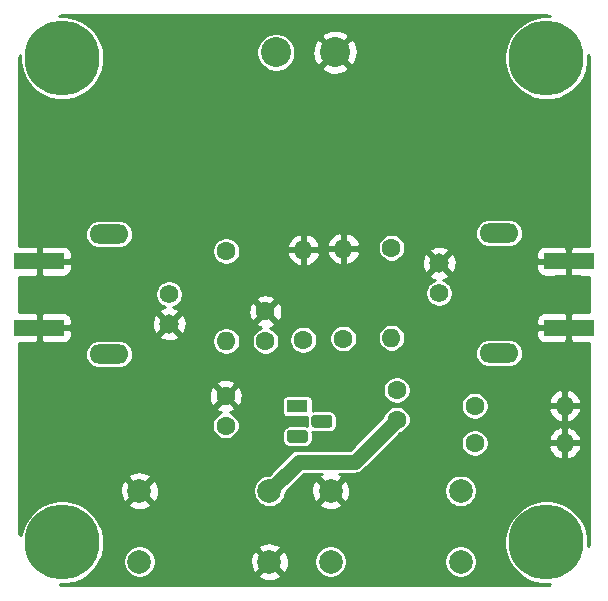
<source format=gbl>
%TF.GenerationSoftware,KiCad,Pcbnew,(5.1.10)-1*%
%TF.CreationDate,2021-09-22T18:06:51-04:00*%
%TF.ProjectId,RF-Amp,52462d41-6d70-42e6-9b69-6361645f7063,rev?*%
%TF.SameCoordinates,Original*%
%TF.FileFunction,Copper,L2,Bot*%
%TF.FilePolarity,Positive*%
%FSLAX46Y46*%
G04 Gerber Fmt 4.6, Leading zero omitted, Abs format (unit mm)*
G04 Created by KiCad (PCBNEW (5.1.10)-1) date 2021-09-22 18:06:51*
%MOMM*%
%LPD*%
G01*
G04 APERTURE LIST*
%TA.AperFunction,ComponentPad*%
%ADD10C,6.350000*%
%TD*%
%TA.AperFunction,ComponentPad*%
%ADD11C,1.600000*%
%TD*%
%TA.AperFunction,ComponentPad*%
%ADD12C,1.574800*%
%TD*%
%TA.AperFunction,ComponentPad*%
%ADD13C,1.651000*%
%TD*%
%TA.AperFunction,ComponentPad*%
%ADD14O,3.302000X1.651000*%
%TD*%
%TA.AperFunction,ComponentPad*%
%ADD15R,1.800000X1.100000*%
%TD*%
%TA.AperFunction,ComponentPad*%
%ADD16O,1.600000X1.600000*%
%TD*%
%TA.AperFunction,ComponentPad*%
%ADD17C,2.000000*%
%TD*%
%TA.AperFunction,SMDPad,CuDef*%
%ADD18R,4.200000X1.350000*%
%TD*%
%TA.AperFunction,ComponentPad*%
%ADD19C,2.540000*%
%TD*%
%TA.AperFunction,ViaPad*%
%ADD20C,0.889000*%
%TD*%
%TA.AperFunction,Conductor*%
%ADD21C,1.270000*%
%TD*%
%TA.AperFunction,Conductor*%
%ADD22C,0.254000*%
%TD*%
%TA.AperFunction,Conductor*%
%ADD23C,0.150000*%
%TD*%
G04 APERTURE END LIST*
D10*
%TO.P,MTG1,1*%
%TO.N,N/C*%
X70040000Y-39560000D03*
%TD*%
%TO.P,MTG2,1*%
%TO.N,N/C*%
X111040000Y-39560000D03*
%TD*%
%TO.P,MTG3,1*%
%TO.N,N/C*%
X70040000Y-80560000D03*
%TD*%
%TO.P,MTG4,1*%
%TO.N,N/C*%
X111040000Y-80560000D03*
%TD*%
D11*
%TO.P,C1,2*%
%TO.N,GND*%
X83870800Y-68162800D03*
%TO.P,C1,1*%
%TO.N,/+BUF*%
X83870800Y-70662800D03*
%TD*%
%TO.P,C2,1*%
%TO.N,Net-(C2-Pad1)*%
X98348800Y-70154800D03*
%TO.P,C2,2*%
%TO.N,/VB*%
X98348800Y-67654800D03*
%TD*%
%TO.P,C3,1*%
%TO.N,/VE*%
X87249000Y-63500000D03*
%TO.P,C3,2*%
%TO.N,GND*%
X87249000Y-61000000D03*
%TD*%
D12*
%TO.P,P1,1*%
%TO.N,/IN*%
X79095600Y-59537600D03*
D13*
%TO.P,P1,2*%
%TO.N,GND*%
X79095600Y-62077600D03*
D14*
%TO.P,P1,*%
%TO.N,*%
X74015600Y-64617600D03*
X74015600Y-54457600D03*
%TD*%
%TO.P,P2,*%
%TO.N,*%
X107035600Y-64541400D03*
X107035600Y-54381400D03*
D13*
%TO.P,P2,2*%
%TO.N,GND*%
X101955600Y-56921400D03*
D12*
%TO.P,P2,1*%
%TO.N,/OUT*%
X101955600Y-59461400D03*
%TD*%
%TO.P,Q1,2*%
%TO.N,/VB*%
%TA.AperFunction,ComponentPad*%
G36*
G01*
X91392800Y-69757200D02*
X92642800Y-69757200D01*
G75*
G02*
X92917800Y-70032200I0J-275000D01*
G01*
X92917800Y-70582200D01*
G75*
G02*
X92642800Y-70857200I-275000J0D01*
G01*
X91392800Y-70857200D01*
G75*
G02*
X91117800Y-70582200I0J275000D01*
G01*
X91117800Y-70032200D01*
G75*
G02*
X91392800Y-69757200I275000J0D01*
G01*
G37*
%TD.AperFunction*%
%TO.P,Q1,3*%
%TO.N,/VC*%
%TA.AperFunction,ComponentPad*%
G36*
G01*
X89322800Y-71027200D02*
X90572800Y-71027200D01*
G75*
G02*
X90847800Y-71302200I0J-275000D01*
G01*
X90847800Y-71852200D01*
G75*
G02*
X90572800Y-72127200I-275000J0D01*
G01*
X89322800Y-72127200D01*
G75*
G02*
X89047800Y-71852200I0J275000D01*
G01*
X89047800Y-71302200D01*
G75*
G02*
X89322800Y-71027200I275000J0D01*
G01*
G37*
%TD.AperFunction*%
D15*
%TO.P,Q1,1*%
%TO.N,/VE*%
X89947800Y-69037200D03*
%TD*%
D16*
%TO.P,R1,2*%
%TO.N,/VB*%
X97917000Y-63220600D03*
D11*
%TO.P,R1,1*%
%TO.N,/+BUF*%
X97917000Y-55600600D03*
%TD*%
%TO.P,R2,1*%
%TO.N,/VB*%
X93827600Y-63296800D03*
D16*
%TO.P,R2,2*%
%TO.N,GND*%
X93827600Y-55676800D03*
%TD*%
%TO.P,R3,2*%
%TO.N,GND*%
X90449400Y-55778400D03*
D11*
%TO.P,R3,1*%
%TO.N,/VE*%
X90449400Y-63398400D03*
%TD*%
%TO.P,R4,1*%
%TO.N,/+12V*%
X83921600Y-55880000D03*
D16*
%TO.P,R4,2*%
%TO.N,/+BUF*%
X83921600Y-63500000D03*
%TD*%
D11*
%TO.P,R5,1*%
%TO.N,/OUT*%
X104952800Y-72136000D03*
D16*
%TO.P,R5,2*%
%TO.N,GND*%
X112572800Y-72136000D03*
%TD*%
%TO.P,R6,2*%
%TO.N,GND*%
X112572800Y-68986400D03*
D11*
%TO.P,R6,1*%
%TO.N,/OUT*%
X104952800Y-68986400D03*
%TD*%
D17*
%TO.P,T1,1*%
%TO.N,/+BUF*%
X92760800Y-82194400D03*
%TO.P,T1,2*%
%TO.N,/VC*%
X103760800Y-82194400D03*
%TO.P,T1,3*%
%TO.N,GND*%
X92760800Y-76194400D03*
%TO.P,T1,4*%
%TO.N,/OUT*%
X103760800Y-76194400D03*
%TD*%
%TO.P,T2,4*%
%TO.N,Net-(C2-Pad1)*%
X87581000Y-76194400D03*
%TO.P,T2,3*%
%TO.N,GND*%
X76581000Y-76194400D03*
%TO.P,T2,2*%
X87581000Y-82194400D03*
%TO.P,T2,1*%
%TO.N,/IN*%
X76581000Y-82194400D03*
%TD*%
D18*
%TO.P,PB1,2*%
%TO.N,GND*%
X68097400Y-56738000D03*
X68097400Y-62388000D03*
%TD*%
%TO.P,PB2,2*%
%TO.N,GND*%
X112928400Y-56735000D03*
X112928400Y-62385000D03*
%TD*%
D19*
%TO.P,P3,2*%
%TO.N,GND*%
X93138000Y-39065200D03*
%TO.P,P3,1*%
%TO.N,/+12V*%
X88138000Y-39065200D03*
%TD*%
D20*
%TO.N,GND*%
X112928400Y-55422800D03*
X112928400Y-63754000D03*
X68148200Y-55092600D03*
X68148200Y-63804800D03*
%TD*%
D21*
%TO.N,Net-(C2-Pad1)*%
X87581000Y-76194400D02*
X90064600Y-73710800D01*
X94792800Y-73710800D02*
X98348800Y-70154800D01*
X90064600Y-73710800D02*
X94792800Y-73710800D01*
%TD*%
D22*
%TO.N,GND*%
X111264421Y-35964027D02*
X111304394Y-36004000D01*
X110689765Y-36004000D01*
X110002753Y-36140655D01*
X109355602Y-36408714D01*
X108773182Y-36797874D01*
X108277874Y-37293182D01*
X107888714Y-37875602D01*
X107620655Y-38522753D01*
X107484000Y-39209765D01*
X107484000Y-39910235D01*
X107620655Y-40597247D01*
X107888714Y-41244398D01*
X108277874Y-41826818D01*
X108773182Y-42322126D01*
X109355602Y-42711286D01*
X110002753Y-42979345D01*
X110689765Y-43116000D01*
X111390235Y-43116000D01*
X112077247Y-42979345D01*
X112724398Y-42711286D01*
X113306818Y-42322126D01*
X113802126Y-41826818D01*
X114191286Y-41244398D01*
X114459345Y-40597247D01*
X114596000Y-39910235D01*
X114596000Y-39295606D01*
X114637072Y-39336678D01*
X114659772Y-39552654D01*
X114659800Y-39560744D01*
X114659800Y-55422552D01*
X113214150Y-55425000D01*
X113055400Y-55583750D01*
X113055400Y-56608000D01*
X113075400Y-56608000D01*
X113075400Y-56862000D01*
X113055400Y-56862000D01*
X113055400Y-57886250D01*
X113214150Y-58045000D01*
X114659800Y-58047448D01*
X114659801Y-61072552D01*
X113214150Y-61075000D01*
X113055400Y-61233750D01*
X113055400Y-62258000D01*
X113075400Y-62258000D01*
X113075400Y-62512000D01*
X113055400Y-62512000D01*
X113055400Y-63536250D01*
X113214150Y-63695000D01*
X114659801Y-63697448D01*
X114659801Y-80541400D01*
X114635973Y-80784421D01*
X114596000Y-80824394D01*
X114596000Y-80209765D01*
X114459345Y-79522753D01*
X114191286Y-78875602D01*
X113802126Y-78293182D01*
X113306818Y-77797874D01*
X112724398Y-77408714D01*
X112077247Y-77140655D01*
X111390235Y-77004000D01*
X110689765Y-77004000D01*
X110002753Y-77140655D01*
X109355602Y-77408714D01*
X108773182Y-77797874D01*
X108277874Y-78293182D01*
X107888714Y-78875602D01*
X107620655Y-79522753D01*
X107484000Y-80209765D01*
X107484000Y-80910235D01*
X107620655Y-81597247D01*
X107888714Y-82244398D01*
X108277874Y-82826818D01*
X108773182Y-83322126D01*
X109355602Y-83711286D01*
X110002753Y-83979345D01*
X110689765Y-84116000D01*
X111304394Y-84116000D01*
X111263322Y-84157072D01*
X111047346Y-84179772D01*
X111039255Y-84179800D01*
X70058590Y-84179800D01*
X69884851Y-84162765D01*
X69847439Y-84116000D01*
X70390235Y-84116000D01*
X71077247Y-83979345D01*
X71724398Y-83711286D01*
X72306818Y-83322126D01*
X72802126Y-82826818D01*
X73191286Y-82244398D01*
X73268336Y-82058383D01*
X75200000Y-82058383D01*
X75200000Y-82330417D01*
X75253071Y-82597223D01*
X75357174Y-82848549D01*
X75508307Y-83074736D01*
X75700664Y-83267093D01*
X75926851Y-83418226D01*
X76178177Y-83522329D01*
X76444983Y-83575400D01*
X76717017Y-83575400D01*
X76983823Y-83522329D01*
X77235149Y-83418226D01*
X77367468Y-83329813D01*
X86625192Y-83329813D01*
X86720956Y-83594214D01*
X87010571Y-83735104D01*
X87322108Y-83816784D01*
X87643595Y-83836118D01*
X87962675Y-83792361D01*
X88267088Y-83687195D01*
X88441044Y-83594214D01*
X88536808Y-83329813D01*
X87581000Y-82374005D01*
X86625192Y-83329813D01*
X77367468Y-83329813D01*
X77461336Y-83267093D01*
X77653693Y-83074736D01*
X77804826Y-82848549D01*
X77908929Y-82597223D01*
X77962000Y-82330417D01*
X77962000Y-82256995D01*
X85939282Y-82256995D01*
X85983039Y-82576075D01*
X86088205Y-82880488D01*
X86181186Y-83054444D01*
X86445587Y-83150208D01*
X87401395Y-82194400D01*
X87760605Y-82194400D01*
X88716413Y-83150208D01*
X88980814Y-83054444D01*
X89121704Y-82764829D01*
X89203384Y-82453292D01*
X89222718Y-82131805D01*
X89212650Y-82058383D01*
X91379800Y-82058383D01*
X91379800Y-82330417D01*
X91432871Y-82597223D01*
X91536974Y-82848549D01*
X91688107Y-83074736D01*
X91880464Y-83267093D01*
X92106651Y-83418226D01*
X92357977Y-83522329D01*
X92624783Y-83575400D01*
X92896817Y-83575400D01*
X93163623Y-83522329D01*
X93414949Y-83418226D01*
X93641136Y-83267093D01*
X93833493Y-83074736D01*
X93984626Y-82848549D01*
X94088729Y-82597223D01*
X94141800Y-82330417D01*
X94141800Y-82058383D01*
X102379800Y-82058383D01*
X102379800Y-82330417D01*
X102432871Y-82597223D01*
X102536974Y-82848549D01*
X102688107Y-83074736D01*
X102880464Y-83267093D01*
X103106651Y-83418226D01*
X103357977Y-83522329D01*
X103624783Y-83575400D01*
X103896817Y-83575400D01*
X104163623Y-83522329D01*
X104414949Y-83418226D01*
X104641136Y-83267093D01*
X104833493Y-83074736D01*
X104984626Y-82848549D01*
X105088729Y-82597223D01*
X105141800Y-82330417D01*
X105141800Y-82058383D01*
X105088729Y-81791577D01*
X104984626Y-81540251D01*
X104833493Y-81314064D01*
X104641136Y-81121707D01*
X104414949Y-80970574D01*
X104163623Y-80866471D01*
X103896817Y-80813400D01*
X103624783Y-80813400D01*
X103357977Y-80866471D01*
X103106651Y-80970574D01*
X102880464Y-81121707D01*
X102688107Y-81314064D01*
X102536974Y-81540251D01*
X102432871Y-81791577D01*
X102379800Y-82058383D01*
X94141800Y-82058383D01*
X94088729Y-81791577D01*
X93984626Y-81540251D01*
X93833493Y-81314064D01*
X93641136Y-81121707D01*
X93414949Y-80970574D01*
X93163623Y-80866471D01*
X92896817Y-80813400D01*
X92624783Y-80813400D01*
X92357977Y-80866471D01*
X92106651Y-80970574D01*
X91880464Y-81121707D01*
X91688107Y-81314064D01*
X91536974Y-81540251D01*
X91432871Y-81791577D01*
X91379800Y-82058383D01*
X89212650Y-82058383D01*
X89178961Y-81812725D01*
X89073795Y-81508312D01*
X88980814Y-81334356D01*
X88716413Y-81238592D01*
X87760605Y-82194400D01*
X87401395Y-82194400D01*
X86445587Y-81238592D01*
X86181186Y-81334356D01*
X86040296Y-81623971D01*
X85958616Y-81935508D01*
X85939282Y-82256995D01*
X77962000Y-82256995D01*
X77962000Y-82058383D01*
X77908929Y-81791577D01*
X77804826Y-81540251D01*
X77653693Y-81314064D01*
X77461336Y-81121707D01*
X77367469Y-81058987D01*
X86625192Y-81058987D01*
X87581000Y-82014795D01*
X88536808Y-81058987D01*
X88441044Y-80794586D01*
X88151429Y-80653696D01*
X87839892Y-80572016D01*
X87518405Y-80552682D01*
X87199325Y-80596439D01*
X86894912Y-80701605D01*
X86720956Y-80794586D01*
X86625192Y-81058987D01*
X77367469Y-81058987D01*
X77235149Y-80970574D01*
X76983823Y-80866471D01*
X76717017Y-80813400D01*
X76444983Y-80813400D01*
X76178177Y-80866471D01*
X75926851Y-80970574D01*
X75700664Y-81121707D01*
X75508307Y-81314064D01*
X75357174Y-81540251D01*
X75253071Y-81791577D01*
X75200000Y-82058383D01*
X73268336Y-82058383D01*
X73459345Y-81597247D01*
X73596000Y-80910235D01*
X73596000Y-80209765D01*
X73459345Y-79522753D01*
X73191286Y-78875602D01*
X72802126Y-78293182D01*
X72306818Y-77797874D01*
X71724398Y-77408714D01*
X71533915Y-77329813D01*
X75625192Y-77329813D01*
X75720956Y-77594214D01*
X76010571Y-77735104D01*
X76322108Y-77816784D01*
X76643595Y-77836118D01*
X76962675Y-77792361D01*
X77267088Y-77687195D01*
X77441044Y-77594214D01*
X77536808Y-77329813D01*
X76581000Y-76374005D01*
X75625192Y-77329813D01*
X71533915Y-77329813D01*
X71077247Y-77140655D01*
X70390235Y-77004000D01*
X69689765Y-77004000D01*
X69002753Y-77140655D01*
X68355602Y-77408714D01*
X67773182Y-77797874D01*
X67277874Y-78293182D01*
X66888714Y-78875602D01*
X66620655Y-79522753D01*
X66531482Y-79971055D01*
X66420200Y-79831952D01*
X66420200Y-76256995D01*
X74939282Y-76256995D01*
X74983039Y-76576075D01*
X75088205Y-76880488D01*
X75181186Y-77054444D01*
X75445587Y-77150208D01*
X76401395Y-76194400D01*
X76760605Y-76194400D01*
X77716413Y-77150208D01*
X77980814Y-77054444D01*
X78121704Y-76764829D01*
X78203384Y-76453292D01*
X78222718Y-76131805D01*
X78212650Y-76058383D01*
X86200000Y-76058383D01*
X86200000Y-76330417D01*
X86253071Y-76597223D01*
X86357174Y-76848549D01*
X86508307Y-77074736D01*
X86700664Y-77267093D01*
X86926851Y-77418226D01*
X87178177Y-77522329D01*
X87444983Y-77575400D01*
X87717017Y-77575400D01*
X87983823Y-77522329D01*
X88235149Y-77418226D01*
X88367468Y-77329813D01*
X91804992Y-77329813D01*
X91900756Y-77594214D01*
X92190371Y-77735104D01*
X92501908Y-77816784D01*
X92823395Y-77836118D01*
X93142475Y-77792361D01*
X93446888Y-77687195D01*
X93620844Y-77594214D01*
X93716608Y-77329813D01*
X92760800Y-76374005D01*
X91804992Y-77329813D01*
X88367468Y-77329813D01*
X88461336Y-77267093D01*
X88653693Y-77074736D01*
X88804826Y-76848549D01*
X88908929Y-76597223D01*
X88962000Y-76330417D01*
X88962000Y-76256995D01*
X91119082Y-76256995D01*
X91162839Y-76576075D01*
X91268005Y-76880488D01*
X91360986Y-77054444D01*
X91625387Y-77150208D01*
X92581195Y-76194400D01*
X92940405Y-76194400D01*
X93896213Y-77150208D01*
X94160614Y-77054444D01*
X94301504Y-76764829D01*
X94383184Y-76453292D01*
X94402518Y-76131805D01*
X94392450Y-76058383D01*
X102379800Y-76058383D01*
X102379800Y-76330417D01*
X102432871Y-76597223D01*
X102536974Y-76848549D01*
X102688107Y-77074736D01*
X102880464Y-77267093D01*
X103106651Y-77418226D01*
X103357977Y-77522329D01*
X103624783Y-77575400D01*
X103896817Y-77575400D01*
X104163623Y-77522329D01*
X104414949Y-77418226D01*
X104641136Y-77267093D01*
X104833493Y-77074736D01*
X104984626Y-76848549D01*
X105088729Y-76597223D01*
X105141800Y-76330417D01*
X105141800Y-76058383D01*
X105088729Y-75791577D01*
X104984626Y-75540251D01*
X104833493Y-75314064D01*
X104641136Y-75121707D01*
X104414949Y-74970574D01*
X104163623Y-74866471D01*
X103896817Y-74813400D01*
X103624783Y-74813400D01*
X103357977Y-74866471D01*
X103106651Y-74970574D01*
X102880464Y-75121707D01*
X102688107Y-75314064D01*
X102536974Y-75540251D01*
X102432871Y-75791577D01*
X102379800Y-76058383D01*
X94392450Y-76058383D01*
X94358761Y-75812725D01*
X94253595Y-75508312D01*
X94160614Y-75334356D01*
X93896213Y-75238592D01*
X92940405Y-76194400D01*
X92581195Y-76194400D01*
X91625387Y-75238592D01*
X91360986Y-75334356D01*
X91220096Y-75623971D01*
X91138416Y-75935508D01*
X91119082Y-76256995D01*
X88962000Y-76256995D01*
X88962000Y-76250240D01*
X90485441Y-74726800D01*
X92027575Y-74726800D01*
X91900756Y-74794586D01*
X91804992Y-75058987D01*
X92760800Y-76014795D01*
X93716608Y-75058987D01*
X93620844Y-74794586D01*
X93481502Y-74726800D01*
X94742898Y-74726800D01*
X94792800Y-74731715D01*
X94842702Y-74726800D01*
X94991971Y-74712098D01*
X95183487Y-74654002D01*
X95359990Y-74559660D01*
X95514696Y-74432696D01*
X95546512Y-74393928D01*
X97920758Y-72019682D01*
X103771800Y-72019682D01*
X103771800Y-72252318D01*
X103817186Y-72480485D01*
X103906212Y-72695413D01*
X104035458Y-72888843D01*
X104199957Y-73053342D01*
X104393387Y-73182588D01*
X104608315Y-73271614D01*
X104836482Y-73317000D01*
X105069118Y-73317000D01*
X105297285Y-73271614D01*
X105512213Y-73182588D01*
X105705643Y-73053342D01*
X105870142Y-72888843D01*
X105999388Y-72695413D01*
X106086527Y-72485039D01*
X111180896Y-72485039D01*
X111221554Y-72619087D01*
X111341763Y-72873420D01*
X111509281Y-73099414D01*
X111717669Y-73288385D01*
X111958919Y-73433070D01*
X112223760Y-73527909D01*
X112445800Y-73406624D01*
X112445800Y-72263000D01*
X112699800Y-72263000D01*
X112699800Y-73406624D01*
X112921840Y-73527909D01*
X113186681Y-73433070D01*
X113427931Y-73288385D01*
X113636319Y-73099414D01*
X113803837Y-72873420D01*
X113924046Y-72619087D01*
X113964704Y-72485039D01*
X113842715Y-72263000D01*
X112699800Y-72263000D01*
X112445800Y-72263000D01*
X111302885Y-72263000D01*
X111180896Y-72485039D01*
X106086527Y-72485039D01*
X106088414Y-72480485D01*
X106133800Y-72252318D01*
X106133800Y-72019682D01*
X106088414Y-71791515D01*
X106086528Y-71786961D01*
X111180896Y-71786961D01*
X111302885Y-72009000D01*
X112445800Y-72009000D01*
X112445800Y-70865376D01*
X112699800Y-70865376D01*
X112699800Y-72009000D01*
X113842715Y-72009000D01*
X113964704Y-71786961D01*
X113924046Y-71652913D01*
X113803837Y-71398580D01*
X113636319Y-71172586D01*
X113427931Y-70983615D01*
X113186681Y-70838930D01*
X112921840Y-70744091D01*
X112699800Y-70865376D01*
X112445800Y-70865376D01*
X112223760Y-70744091D01*
X111958919Y-70838930D01*
X111717669Y-70983615D01*
X111509281Y-71172586D01*
X111341763Y-71398580D01*
X111221554Y-71652913D01*
X111180896Y-71786961D01*
X106086528Y-71786961D01*
X105999388Y-71576587D01*
X105870142Y-71383157D01*
X105705643Y-71218658D01*
X105512213Y-71089412D01*
X105297285Y-71000386D01*
X105069118Y-70955000D01*
X104836482Y-70955000D01*
X104608315Y-71000386D01*
X104393387Y-71089412D01*
X104199957Y-71218658D01*
X104035458Y-71383157D01*
X103906212Y-71576587D01*
X103817186Y-71791515D01*
X103771800Y-72019682D01*
X97920758Y-72019682D01*
X98639286Y-71301155D01*
X98693285Y-71290414D01*
X98908213Y-71201388D01*
X99101643Y-71072142D01*
X99266142Y-70907643D01*
X99395388Y-70714213D01*
X99484414Y-70499285D01*
X99529800Y-70271118D01*
X99529800Y-70038482D01*
X99484414Y-69810315D01*
X99395388Y-69595387D01*
X99266142Y-69401957D01*
X99101643Y-69237458D01*
X98908213Y-69108212D01*
X98693285Y-69019186D01*
X98465118Y-68973800D01*
X98232482Y-68973800D01*
X98004315Y-69019186D01*
X97789387Y-69108212D01*
X97595957Y-69237458D01*
X97431458Y-69401957D01*
X97302212Y-69595387D01*
X97213186Y-69810315D01*
X97202445Y-69864314D01*
X94371960Y-72694800D01*
X90114502Y-72694800D01*
X90064600Y-72689885D01*
X90014698Y-72694800D01*
X89865429Y-72709502D01*
X89673913Y-72767598D01*
X89497410Y-72861940D01*
X89342704Y-72988904D01*
X89310893Y-73027666D01*
X87525160Y-74813400D01*
X87444983Y-74813400D01*
X87178177Y-74866471D01*
X86926851Y-74970574D01*
X86700664Y-75121707D01*
X86508307Y-75314064D01*
X86357174Y-75540251D01*
X86253071Y-75791577D01*
X86200000Y-76058383D01*
X78212650Y-76058383D01*
X78178961Y-75812725D01*
X78073795Y-75508312D01*
X77980814Y-75334356D01*
X77716413Y-75238592D01*
X76760605Y-76194400D01*
X76401395Y-76194400D01*
X75445587Y-75238592D01*
X75181186Y-75334356D01*
X75040296Y-75623971D01*
X74958616Y-75935508D01*
X74939282Y-76256995D01*
X66420200Y-76256995D01*
X66420200Y-75058987D01*
X75625192Y-75058987D01*
X76581000Y-76014795D01*
X77536808Y-75058987D01*
X77441044Y-74794586D01*
X77151429Y-74653696D01*
X76839892Y-74572016D01*
X76518405Y-74552682D01*
X76199325Y-74596439D01*
X75894912Y-74701605D01*
X75720956Y-74794586D01*
X75625192Y-75058987D01*
X66420200Y-75058987D01*
X66420200Y-70546482D01*
X82689800Y-70546482D01*
X82689800Y-70779118D01*
X82735186Y-71007285D01*
X82824212Y-71222213D01*
X82953458Y-71415643D01*
X83117957Y-71580142D01*
X83311387Y-71709388D01*
X83526315Y-71798414D01*
X83754482Y-71843800D01*
X83987118Y-71843800D01*
X84215285Y-71798414D01*
X84430213Y-71709388D01*
X84623643Y-71580142D01*
X84788142Y-71415643D01*
X84917388Y-71222213D01*
X85006414Y-71007285D01*
X85051800Y-70779118D01*
X85051800Y-70546482D01*
X85006414Y-70318315D01*
X84917388Y-70103387D01*
X84788142Y-69909957D01*
X84623643Y-69745458D01*
X84430213Y-69616212D01*
X84262471Y-69546731D01*
X84487092Y-69466403D01*
X84612314Y-69399471D01*
X84683897Y-69155502D01*
X83870800Y-68342405D01*
X83057703Y-69155502D01*
X83129286Y-69399471D01*
X83384796Y-69520371D01*
X83483211Y-69545040D01*
X83311387Y-69616212D01*
X83117957Y-69745458D01*
X82953458Y-69909957D01*
X82824212Y-70103387D01*
X82735186Y-70318315D01*
X82689800Y-70546482D01*
X66420200Y-70546482D01*
X66420200Y-68233312D01*
X82430583Y-68233312D01*
X82472013Y-68512930D01*
X82567197Y-68779092D01*
X82634129Y-68904314D01*
X82878098Y-68975897D01*
X83691195Y-68162800D01*
X84050405Y-68162800D01*
X84863502Y-68975897D01*
X85107471Y-68904314D01*
X85228371Y-68648804D01*
X85268879Y-68487200D01*
X88664957Y-68487200D01*
X88664957Y-69587200D01*
X88672313Y-69661889D01*
X88694099Y-69733708D01*
X88729478Y-69799896D01*
X88777089Y-69857911D01*
X88835104Y-69905522D01*
X88901292Y-69940901D01*
X88973111Y-69962687D01*
X89047800Y-69970043D01*
X90741079Y-69970043D01*
X90734957Y-70032200D01*
X90734957Y-70582200D01*
X90743592Y-70669875D01*
X90701139Y-70656997D01*
X90572800Y-70644357D01*
X89322800Y-70644357D01*
X89194461Y-70656997D01*
X89071054Y-70694432D01*
X88957322Y-70755224D01*
X88857635Y-70837035D01*
X88775824Y-70936722D01*
X88715032Y-71050454D01*
X88677597Y-71173861D01*
X88664957Y-71302200D01*
X88664957Y-71852200D01*
X88677597Y-71980539D01*
X88715032Y-72103946D01*
X88775824Y-72217678D01*
X88857635Y-72317365D01*
X88957322Y-72399176D01*
X89071054Y-72459968D01*
X89194461Y-72497403D01*
X89322800Y-72510043D01*
X90572800Y-72510043D01*
X90701139Y-72497403D01*
X90824546Y-72459968D01*
X90938278Y-72399176D01*
X91037965Y-72317365D01*
X91119776Y-72217678D01*
X91180568Y-72103946D01*
X91218003Y-71980539D01*
X91230643Y-71852200D01*
X91230643Y-71302200D01*
X91222008Y-71214525D01*
X91264461Y-71227403D01*
X91392800Y-71240043D01*
X92642800Y-71240043D01*
X92771139Y-71227403D01*
X92894546Y-71189968D01*
X93008278Y-71129176D01*
X93107965Y-71047365D01*
X93189776Y-70947678D01*
X93250568Y-70833946D01*
X93288003Y-70710539D01*
X93300643Y-70582200D01*
X93300643Y-70032200D01*
X93288003Y-69903861D01*
X93250568Y-69780454D01*
X93189776Y-69666722D01*
X93107965Y-69567035D01*
X93008278Y-69485224D01*
X92894546Y-69424432D01*
X92771139Y-69386997D01*
X92642800Y-69374357D01*
X91392800Y-69374357D01*
X91264461Y-69386997D01*
X91230643Y-69397256D01*
X91230643Y-68870082D01*
X103771800Y-68870082D01*
X103771800Y-69102718D01*
X103817186Y-69330885D01*
X103906212Y-69545813D01*
X104035458Y-69739243D01*
X104199957Y-69903742D01*
X104393387Y-70032988D01*
X104608315Y-70122014D01*
X104836482Y-70167400D01*
X105069118Y-70167400D01*
X105297285Y-70122014D01*
X105512213Y-70032988D01*
X105705643Y-69903742D01*
X105870142Y-69739243D01*
X105999388Y-69545813D01*
X106086527Y-69335439D01*
X111180896Y-69335439D01*
X111221554Y-69469487D01*
X111341763Y-69723820D01*
X111509281Y-69949814D01*
X111717669Y-70138785D01*
X111958919Y-70283470D01*
X112223760Y-70378309D01*
X112445800Y-70257024D01*
X112445800Y-69113400D01*
X112699800Y-69113400D01*
X112699800Y-70257024D01*
X112921840Y-70378309D01*
X113186681Y-70283470D01*
X113427931Y-70138785D01*
X113636319Y-69949814D01*
X113803837Y-69723820D01*
X113924046Y-69469487D01*
X113964704Y-69335439D01*
X113842715Y-69113400D01*
X112699800Y-69113400D01*
X112445800Y-69113400D01*
X111302885Y-69113400D01*
X111180896Y-69335439D01*
X106086527Y-69335439D01*
X106088414Y-69330885D01*
X106133800Y-69102718D01*
X106133800Y-68870082D01*
X106088414Y-68641915D01*
X106086528Y-68637361D01*
X111180896Y-68637361D01*
X111302885Y-68859400D01*
X112445800Y-68859400D01*
X112445800Y-67715776D01*
X112699800Y-67715776D01*
X112699800Y-68859400D01*
X113842715Y-68859400D01*
X113964704Y-68637361D01*
X113924046Y-68503313D01*
X113803837Y-68248980D01*
X113636319Y-68022986D01*
X113427931Y-67834015D01*
X113186681Y-67689330D01*
X112921840Y-67594491D01*
X112699800Y-67715776D01*
X112445800Y-67715776D01*
X112223760Y-67594491D01*
X111958919Y-67689330D01*
X111717669Y-67834015D01*
X111509281Y-68022986D01*
X111341763Y-68248980D01*
X111221554Y-68503313D01*
X111180896Y-68637361D01*
X106086528Y-68637361D01*
X105999388Y-68426987D01*
X105870142Y-68233557D01*
X105705643Y-68069058D01*
X105512213Y-67939812D01*
X105297285Y-67850786D01*
X105069118Y-67805400D01*
X104836482Y-67805400D01*
X104608315Y-67850786D01*
X104393387Y-67939812D01*
X104199957Y-68069058D01*
X104035458Y-68233557D01*
X103906212Y-68426987D01*
X103817186Y-68641915D01*
X103771800Y-68870082D01*
X91230643Y-68870082D01*
X91230643Y-68487200D01*
X91223287Y-68412511D01*
X91201501Y-68340692D01*
X91166122Y-68274504D01*
X91118511Y-68216489D01*
X91060496Y-68168878D01*
X90994308Y-68133499D01*
X90922489Y-68111713D01*
X90847800Y-68104357D01*
X89047800Y-68104357D01*
X88973111Y-68111713D01*
X88901292Y-68133499D01*
X88835104Y-68168878D01*
X88777089Y-68216489D01*
X88729478Y-68274504D01*
X88694099Y-68340692D01*
X88672313Y-68412511D01*
X88664957Y-68487200D01*
X85268879Y-68487200D01*
X85297100Y-68374616D01*
X85311017Y-68092288D01*
X85269587Y-67812670D01*
X85174403Y-67546508D01*
X85170114Y-67538482D01*
X97167800Y-67538482D01*
X97167800Y-67771118D01*
X97213186Y-67999285D01*
X97302212Y-68214213D01*
X97431458Y-68407643D01*
X97595957Y-68572142D01*
X97789387Y-68701388D01*
X98004315Y-68790414D01*
X98232482Y-68835800D01*
X98465118Y-68835800D01*
X98693285Y-68790414D01*
X98908213Y-68701388D01*
X99101643Y-68572142D01*
X99266142Y-68407643D01*
X99395388Y-68214213D01*
X99484414Y-67999285D01*
X99529800Y-67771118D01*
X99529800Y-67538482D01*
X99484414Y-67310315D01*
X99395388Y-67095387D01*
X99266142Y-66901957D01*
X99101643Y-66737458D01*
X98908213Y-66608212D01*
X98693285Y-66519186D01*
X98465118Y-66473800D01*
X98232482Y-66473800D01*
X98004315Y-66519186D01*
X97789387Y-66608212D01*
X97595957Y-66737458D01*
X97431458Y-66901957D01*
X97302212Y-67095387D01*
X97213186Y-67310315D01*
X97167800Y-67538482D01*
X85170114Y-67538482D01*
X85107471Y-67421286D01*
X84863502Y-67349703D01*
X84050405Y-68162800D01*
X83691195Y-68162800D01*
X82878098Y-67349703D01*
X82634129Y-67421286D01*
X82513229Y-67676796D01*
X82444500Y-67950984D01*
X82430583Y-68233312D01*
X66420200Y-68233312D01*
X66420200Y-67170098D01*
X83057703Y-67170098D01*
X83870800Y-67983195D01*
X84683897Y-67170098D01*
X84612314Y-66926129D01*
X84356804Y-66805229D01*
X84082616Y-66736500D01*
X83800288Y-66722583D01*
X83520670Y-66764013D01*
X83254508Y-66859197D01*
X83129286Y-66926129D01*
X83057703Y-67170098D01*
X66420200Y-67170098D01*
X66420200Y-64617600D01*
X71977763Y-64617600D01*
X72001058Y-64854115D01*
X72070047Y-65081541D01*
X72182079Y-65291138D01*
X72332848Y-65474852D01*
X72516562Y-65625621D01*
X72726159Y-65737653D01*
X72953585Y-65806642D01*
X73130837Y-65824100D01*
X74900363Y-65824100D01*
X75077615Y-65806642D01*
X75305041Y-65737653D01*
X75514638Y-65625621D01*
X75698352Y-65474852D01*
X75849121Y-65291138D01*
X75961153Y-65081541D01*
X76030142Y-64854115D01*
X76053437Y-64617600D01*
X76030142Y-64381085D01*
X75961153Y-64153659D01*
X75849121Y-63944062D01*
X75698352Y-63760348D01*
X75514638Y-63609579D01*
X75305041Y-63497547D01*
X75077615Y-63428558D01*
X74900363Y-63411100D01*
X73130837Y-63411100D01*
X72953585Y-63428558D01*
X72726159Y-63497547D01*
X72516562Y-63609579D01*
X72332848Y-63760348D01*
X72182079Y-63944062D01*
X72070047Y-64153659D01*
X72001058Y-64381085D01*
X71977763Y-64617600D01*
X66420200Y-64617600D01*
X66420200Y-63700356D01*
X67811650Y-63698000D01*
X67970400Y-63539250D01*
X67970400Y-62515000D01*
X68224400Y-62515000D01*
X68224400Y-63539250D01*
X68383150Y-63698000D01*
X70197400Y-63701072D01*
X70321882Y-63688812D01*
X70441580Y-63652502D01*
X70551894Y-63593537D01*
X70648585Y-63514185D01*
X70727937Y-63417494D01*
X70786902Y-63307180D01*
X70823212Y-63187482D01*
X70832959Y-63088509D01*
X78264296Y-63088509D01*
X78338967Y-63335081D01*
X78598828Y-63458531D01*
X78877780Y-63528913D01*
X79165102Y-63543521D01*
X79449754Y-63501794D01*
X79720796Y-63405337D01*
X79761308Y-63383682D01*
X82740600Y-63383682D01*
X82740600Y-63616318D01*
X82785986Y-63844485D01*
X82875012Y-64059413D01*
X83004258Y-64252843D01*
X83168757Y-64417342D01*
X83362187Y-64546588D01*
X83577115Y-64635614D01*
X83805282Y-64681000D01*
X84037918Y-64681000D01*
X84266085Y-64635614D01*
X84481013Y-64546588D01*
X84674443Y-64417342D01*
X84838942Y-64252843D01*
X84968188Y-64059413D01*
X85057214Y-63844485D01*
X85102600Y-63616318D01*
X85102600Y-63383682D01*
X86068000Y-63383682D01*
X86068000Y-63616318D01*
X86113386Y-63844485D01*
X86202412Y-64059413D01*
X86331658Y-64252843D01*
X86496157Y-64417342D01*
X86689587Y-64546588D01*
X86904515Y-64635614D01*
X87132682Y-64681000D01*
X87365318Y-64681000D01*
X87593485Y-64635614D01*
X87808413Y-64546588D01*
X88001843Y-64417342D01*
X88166342Y-64252843D01*
X88295588Y-64059413D01*
X88384614Y-63844485D01*
X88430000Y-63616318D01*
X88430000Y-63383682D01*
X88409791Y-63282082D01*
X89268400Y-63282082D01*
X89268400Y-63514718D01*
X89313786Y-63742885D01*
X89402812Y-63957813D01*
X89532058Y-64151243D01*
X89696557Y-64315742D01*
X89889987Y-64444988D01*
X90104915Y-64534014D01*
X90333082Y-64579400D01*
X90565718Y-64579400D01*
X90756753Y-64541400D01*
X104997763Y-64541400D01*
X105021058Y-64777915D01*
X105090047Y-65005341D01*
X105202079Y-65214938D01*
X105352848Y-65398652D01*
X105536562Y-65549421D01*
X105746159Y-65661453D01*
X105973585Y-65730442D01*
X106150837Y-65747900D01*
X107920363Y-65747900D01*
X108097615Y-65730442D01*
X108325041Y-65661453D01*
X108534638Y-65549421D01*
X108718352Y-65398652D01*
X108869121Y-65214938D01*
X108981153Y-65005341D01*
X109050142Y-64777915D01*
X109073437Y-64541400D01*
X109050142Y-64304885D01*
X108981153Y-64077459D01*
X108869121Y-63867862D01*
X108718352Y-63684148D01*
X108534638Y-63533379D01*
X108325041Y-63421347D01*
X108097615Y-63352358D01*
X107920363Y-63334900D01*
X106150837Y-63334900D01*
X105973585Y-63352358D01*
X105746159Y-63421347D01*
X105536562Y-63533379D01*
X105352848Y-63684148D01*
X105202079Y-63867862D01*
X105090047Y-64077459D01*
X105021058Y-64304885D01*
X104997763Y-64541400D01*
X90756753Y-64541400D01*
X90793885Y-64534014D01*
X91008813Y-64444988D01*
X91202243Y-64315742D01*
X91366742Y-64151243D01*
X91495988Y-63957813D01*
X91585014Y-63742885D01*
X91630400Y-63514718D01*
X91630400Y-63282082D01*
X91610191Y-63180482D01*
X92646600Y-63180482D01*
X92646600Y-63413118D01*
X92691986Y-63641285D01*
X92781012Y-63856213D01*
X92910258Y-64049643D01*
X93074757Y-64214142D01*
X93268187Y-64343388D01*
X93483115Y-64432414D01*
X93711282Y-64477800D01*
X93943918Y-64477800D01*
X94172085Y-64432414D01*
X94387013Y-64343388D01*
X94580443Y-64214142D01*
X94744942Y-64049643D01*
X94874188Y-63856213D01*
X94963214Y-63641285D01*
X95008600Y-63413118D01*
X95008600Y-63180482D01*
X94993443Y-63104282D01*
X96736000Y-63104282D01*
X96736000Y-63336918D01*
X96781386Y-63565085D01*
X96870412Y-63780013D01*
X96999658Y-63973443D01*
X97164157Y-64137942D01*
X97357587Y-64267188D01*
X97572515Y-64356214D01*
X97800682Y-64401600D01*
X98033318Y-64401600D01*
X98261485Y-64356214D01*
X98476413Y-64267188D01*
X98669843Y-64137942D01*
X98834342Y-63973443D01*
X98963588Y-63780013D01*
X99052614Y-63565085D01*
X99098000Y-63336918D01*
X99098000Y-63104282D01*
X99089192Y-63060000D01*
X110190328Y-63060000D01*
X110202588Y-63184482D01*
X110238898Y-63304180D01*
X110297863Y-63414494D01*
X110377215Y-63511185D01*
X110473906Y-63590537D01*
X110584220Y-63649502D01*
X110703918Y-63685812D01*
X110828400Y-63698072D01*
X112642650Y-63695000D01*
X112801400Y-63536250D01*
X112801400Y-62512000D01*
X110352150Y-62512000D01*
X110193400Y-62670750D01*
X110190328Y-63060000D01*
X99089192Y-63060000D01*
X99052614Y-62876115D01*
X98963588Y-62661187D01*
X98834342Y-62467757D01*
X98669843Y-62303258D01*
X98476413Y-62174012D01*
X98261485Y-62084986D01*
X98033318Y-62039600D01*
X97800682Y-62039600D01*
X97572515Y-62084986D01*
X97357587Y-62174012D01*
X97164157Y-62303258D01*
X96999658Y-62467757D01*
X96870412Y-62661187D01*
X96781386Y-62876115D01*
X96736000Y-63104282D01*
X94993443Y-63104282D01*
X94963214Y-62952315D01*
X94874188Y-62737387D01*
X94744942Y-62543957D01*
X94580443Y-62379458D01*
X94387013Y-62250212D01*
X94172085Y-62161186D01*
X93943918Y-62115800D01*
X93711282Y-62115800D01*
X93483115Y-62161186D01*
X93268187Y-62250212D01*
X93074757Y-62379458D01*
X92910258Y-62543957D01*
X92781012Y-62737387D01*
X92691986Y-62952315D01*
X92646600Y-63180482D01*
X91610191Y-63180482D01*
X91585014Y-63053915D01*
X91495988Y-62838987D01*
X91366742Y-62645557D01*
X91202243Y-62481058D01*
X91008813Y-62351812D01*
X90793885Y-62262786D01*
X90565718Y-62217400D01*
X90333082Y-62217400D01*
X90104915Y-62262786D01*
X89889987Y-62351812D01*
X89696557Y-62481058D01*
X89532058Y-62645557D01*
X89402812Y-62838987D01*
X89313786Y-63053915D01*
X89268400Y-63282082D01*
X88409791Y-63282082D01*
X88384614Y-63155515D01*
X88295588Y-62940587D01*
X88166342Y-62747157D01*
X88001843Y-62582658D01*
X87808413Y-62453412D01*
X87640671Y-62383931D01*
X87865292Y-62303603D01*
X87990514Y-62236671D01*
X88062097Y-61992702D01*
X87249000Y-61179605D01*
X86435903Y-61992702D01*
X86507486Y-62236671D01*
X86762996Y-62357571D01*
X86861411Y-62382240D01*
X86689587Y-62453412D01*
X86496157Y-62582658D01*
X86331658Y-62747157D01*
X86202412Y-62940587D01*
X86113386Y-63155515D01*
X86068000Y-63383682D01*
X85102600Y-63383682D01*
X85057214Y-63155515D01*
X84968188Y-62940587D01*
X84838942Y-62747157D01*
X84674443Y-62582658D01*
X84481013Y-62453412D01*
X84266085Y-62364386D01*
X84037918Y-62319000D01*
X83805282Y-62319000D01*
X83577115Y-62364386D01*
X83362187Y-62453412D01*
X83168757Y-62582658D01*
X83004258Y-62747157D01*
X82875012Y-62940587D01*
X82785986Y-63155515D01*
X82740600Y-63383682D01*
X79761308Y-63383682D01*
X79852233Y-63335081D01*
X79926904Y-63088509D01*
X79095600Y-62257205D01*
X78264296Y-63088509D01*
X70832959Y-63088509D01*
X70835472Y-63063000D01*
X70832400Y-62673750D01*
X70673650Y-62515000D01*
X68224400Y-62515000D01*
X67970400Y-62515000D01*
X67950400Y-62515000D01*
X67950400Y-62261000D01*
X67970400Y-62261000D01*
X67970400Y-61236750D01*
X68224400Y-61236750D01*
X68224400Y-62261000D01*
X70673650Y-62261000D01*
X70787548Y-62147102D01*
X77629679Y-62147102D01*
X77671406Y-62431754D01*
X77767863Y-62702796D01*
X77838119Y-62834233D01*
X78084691Y-62908904D01*
X78915995Y-62077600D01*
X79275205Y-62077600D01*
X80106509Y-62908904D01*
X80353081Y-62834233D01*
X80476531Y-62574372D01*
X80546913Y-62295420D01*
X80561521Y-62008098D01*
X80519794Y-61723446D01*
X80423337Y-61452404D01*
X80353081Y-61320967D01*
X80106509Y-61246296D01*
X79275205Y-62077600D01*
X78915995Y-62077600D01*
X78084691Y-61246296D01*
X77838119Y-61320967D01*
X77714669Y-61580828D01*
X77644287Y-61859780D01*
X77629679Y-62147102D01*
X70787548Y-62147102D01*
X70832400Y-62102250D01*
X70835472Y-61713000D01*
X70823212Y-61588518D01*
X70786902Y-61468820D01*
X70727937Y-61358506D01*
X70648585Y-61261815D01*
X70551894Y-61182463D01*
X70441580Y-61123498D01*
X70321882Y-61087188D01*
X70197400Y-61074928D01*
X68383150Y-61078000D01*
X68224400Y-61236750D01*
X67970400Y-61236750D01*
X67811650Y-61078000D01*
X66420200Y-61075644D01*
X66420200Y-59422523D01*
X77927200Y-59422523D01*
X77927200Y-59652677D01*
X77972101Y-59878410D01*
X78060178Y-60091045D01*
X78188045Y-60282411D01*
X78350789Y-60445155D01*
X78542155Y-60573022D01*
X78738634Y-60654407D01*
X78470404Y-60749863D01*
X78338967Y-60820119D01*
X78264296Y-61066691D01*
X79095600Y-61897995D01*
X79923083Y-61070512D01*
X85808783Y-61070512D01*
X85850213Y-61350130D01*
X85945397Y-61616292D01*
X86012329Y-61741514D01*
X86256298Y-61813097D01*
X87069395Y-61000000D01*
X87428605Y-61000000D01*
X88241702Y-61813097D01*
X88485671Y-61741514D01*
X88500582Y-61710000D01*
X110190328Y-61710000D01*
X110193400Y-62099250D01*
X110352150Y-62258000D01*
X112801400Y-62258000D01*
X112801400Y-61233750D01*
X112642650Y-61075000D01*
X110828400Y-61071928D01*
X110703918Y-61084188D01*
X110584220Y-61120498D01*
X110473906Y-61179463D01*
X110377215Y-61258815D01*
X110297863Y-61355506D01*
X110238898Y-61465820D01*
X110202588Y-61585518D01*
X110190328Y-61710000D01*
X88500582Y-61710000D01*
X88606571Y-61486004D01*
X88675300Y-61211816D01*
X88689217Y-60929488D01*
X88647787Y-60649870D01*
X88552603Y-60383708D01*
X88485671Y-60258486D01*
X88241702Y-60186903D01*
X87428605Y-61000000D01*
X87069395Y-61000000D01*
X86256298Y-60186903D01*
X86012329Y-60258486D01*
X85891429Y-60513996D01*
X85822700Y-60788184D01*
X85808783Y-61070512D01*
X79923083Y-61070512D01*
X79926904Y-61066691D01*
X79852233Y-60820119D01*
X79592372Y-60696669D01*
X79442082Y-60658750D01*
X79649045Y-60573022D01*
X79840411Y-60445155D01*
X80003155Y-60282411D01*
X80131022Y-60091045D01*
X80165711Y-60007298D01*
X86435903Y-60007298D01*
X87249000Y-60820395D01*
X88062097Y-60007298D01*
X87990514Y-59763329D01*
X87735004Y-59642429D01*
X87460816Y-59573700D01*
X87178488Y-59559783D01*
X86898870Y-59601213D01*
X86632708Y-59696397D01*
X86507486Y-59763329D01*
X86435903Y-60007298D01*
X80165711Y-60007298D01*
X80219099Y-59878410D01*
X80264000Y-59652677D01*
X80264000Y-59422523D01*
X80248843Y-59346323D01*
X100787200Y-59346323D01*
X100787200Y-59576477D01*
X100832101Y-59802210D01*
X100920178Y-60014845D01*
X101048045Y-60206211D01*
X101210789Y-60368955D01*
X101402155Y-60496822D01*
X101614790Y-60584899D01*
X101840523Y-60629800D01*
X102070677Y-60629800D01*
X102296410Y-60584899D01*
X102509045Y-60496822D01*
X102700411Y-60368955D01*
X102863155Y-60206211D01*
X102991022Y-60014845D01*
X103079099Y-59802210D01*
X103124000Y-59576477D01*
X103124000Y-59346323D01*
X103079099Y-59120590D01*
X102991022Y-58907955D01*
X102863155Y-58716589D01*
X102700411Y-58553845D01*
X102509045Y-58425978D01*
X102312566Y-58344593D01*
X102580796Y-58249137D01*
X102712233Y-58178881D01*
X102786904Y-57932309D01*
X101955600Y-57101005D01*
X101124296Y-57932309D01*
X101198967Y-58178881D01*
X101458828Y-58302331D01*
X101609118Y-58340250D01*
X101402155Y-58425978D01*
X101210789Y-58553845D01*
X101048045Y-58716589D01*
X100920178Y-58907955D01*
X100832101Y-59120590D01*
X100787200Y-59346323D01*
X80248843Y-59346323D01*
X80219099Y-59196790D01*
X80131022Y-58984155D01*
X80003155Y-58792789D01*
X79840411Y-58630045D01*
X79649045Y-58502178D01*
X79436410Y-58414101D01*
X79210677Y-58369200D01*
X78980523Y-58369200D01*
X78754790Y-58414101D01*
X78542155Y-58502178D01*
X78350789Y-58630045D01*
X78188045Y-58792789D01*
X78060178Y-58984155D01*
X77972101Y-59196790D01*
X77927200Y-59422523D01*
X66420200Y-59422523D01*
X66420200Y-58050356D01*
X67811650Y-58048000D01*
X67970400Y-57889250D01*
X67970400Y-56865000D01*
X68224400Y-56865000D01*
X68224400Y-57889250D01*
X68383150Y-58048000D01*
X70197400Y-58051072D01*
X70321882Y-58038812D01*
X70441580Y-58002502D01*
X70551894Y-57943537D01*
X70648585Y-57864185D01*
X70727937Y-57767494D01*
X70786902Y-57657180D01*
X70823212Y-57537482D01*
X70835472Y-57413000D01*
X70832400Y-57023750D01*
X70673650Y-56865000D01*
X68224400Y-56865000D01*
X67970400Y-56865000D01*
X67950400Y-56865000D01*
X67950400Y-56611000D01*
X67970400Y-56611000D01*
X67970400Y-55586750D01*
X68224400Y-55586750D01*
X68224400Y-56611000D01*
X70673650Y-56611000D01*
X70832400Y-56452250D01*
X70835472Y-56063000D01*
X70823212Y-55938518D01*
X70786902Y-55818820D01*
X70757430Y-55763682D01*
X82740600Y-55763682D01*
X82740600Y-55996318D01*
X82785986Y-56224485D01*
X82875012Y-56439413D01*
X83004258Y-56632843D01*
X83168757Y-56797342D01*
X83362187Y-56926588D01*
X83577115Y-57015614D01*
X83805282Y-57061000D01*
X84037918Y-57061000D01*
X84266085Y-57015614D01*
X84481013Y-56926588D01*
X84674443Y-56797342D01*
X84838942Y-56632843D01*
X84968188Y-56439413D01*
X85057214Y-56224485D01*
X85076517Y-56127440D01*
X89057491Y-56127440D01*
X89152330Y-56392281D01*
X89297015Y-56633531D01*
X89485986Y-56841919D01*
X89711980Y-57009437D01*
X89966313Y-57129646D01*
X90100361Y-57170304D01*
X90322400Y-57048315D01*
X90322400Y-55905400D01*
X90576400Y-55905400D01*
X90576400Y-57048315D01*
X90798439Y-57170304D01*
X90932487Y-57129646D01*
X91186820Y-57009437D01*
X91412814Y-56841919D01*
X91601785Y-56633531D01*
X91746470Y-56392281D01*
X91841309Y-56127440D01*
X91785812Y-56025840D01*
X92435691Y-56025840D01*
X92530530Y-56290681D01*
X92675215Y-56531931D01*
X92864186Y-56740319D01*
X93090180Y-56907837D01*
X93344513Y-57028046D01*
X93478561Y-57068704D01*
X93700600Y-56946715D01*
X93700600Y-55803800D01*
X93954600Y-55803800D01*
X93954600Y-56946715D01*
X94176639Y-57068704D01*
X94310687Y-57028046D01*
X94389274Y-56990902D01*
X100489679Y-56990902D01*
X100531406Y-57275554D01*
X100627863Y-57546596D01*
X100698119Y-57678033D01*
X100944691Y-57752704D01*
X101775995Y-56921400D01*
X102135205Y-56921400D01*
X102966509Y-57752704D01*
X103213081Y-57678033D01*
X103336531Y-57418172D01*
X103338592Y-57410000D01*
X110190328Y-57410000D01*
X110202588Y-57534482D01*
X110238898Y-57654180D01*
X110297863Y-57764494D01*
X110377215Y-57861185D01*
X110473906Y-57940537D01*
X110584220Y-57999502D01*
X110703918Y-58035812D01*
X110828400Y-58048072D01*
X112642650Y-58045000D01*
X112801400Y-57886250D01*
X112801400Y-56862000D01*
X110352150Y-56862000D01*
X110193400Y-57020750D01*
X110190328Y-57410000D01*
X103338592Y-57410000D01*
X103406913Y-57139220D01*
X103421521Y-56851898D01*
X103379794Y-56567246D01*
X103283337Y-56296204D01*
X103213081Y-56164767D01*
X102966509Y-56090096D01*
X102135205Y-56921400D01*
X101775995Y-56921400D01*
X100944691Y-56090096D01*
X100698119Y-56164767D01*
X100574669Y-56424628D01*
X100504287Y-56703580D01*
X100489679Y-56990902D01*
X94389274Y-56990902D01*
X94565020Y-56907837D01*
X94791014Y-56740319D01*
X94979985Y-56531931D01*
X95124670Y-56290681D01*
X95219509Y-56025840D01*
X95098224Y-55803800D01*
X93954600Y-55803800D01*
X93700600Y-55803800D01*
X92556976Y-55803800D01*
X92435691Y-56025840D01*
X91785812Y-56025840D01*
X91720024Y-55905400D01*
X90576400Y-55905400D01*
X90322400Y-55905400D01*
X89178776Y-55905400D01*
X89057491Y-56127440D01*
X85076517Y-56127440D01*
X85102600Y-55996318D01*
X85102600Y-55763682D01*
X85057214Y-55535515D01*
X85013244Y-55429360D01*
X89057491Y-55429360D01*
X89178776Y-55651400D01*
X90322400Y-55651400D01*
X90322400Y-54508485D01*
X90576400Y-54508485D01*
X90576400Y-55651400D01*
X91720024Y-55651400D01*
X91841309Y-55429360D01*
X91804927Y-55327760D01*
X92435691Y-55327760D01*
X92556976Y-55549800D01*
X93700600Y-55549800D01*
X93700600Y-54406885D01*
X93954600Y-54406885D01*
X93954600Y-55549800D01*
X95098224Y-55549800D01*
X95134011Y-55484282D01*
X96736000Y-55484282D01*
X96736000Y-55716918D01*
X96781386Y-55945085D01*
X96870412Y-56160013D01*
X96999658Y-56353443D01*
X97164157Y-56517942D01*
X97357587Y-56647188D01*
X97572515Y-56736214D01*
X97800682Y-56781600D01*
X98033318Y-56781600D01*
X98261485Y-56736214D01*
X98476413Y-56647188D01*
X98669843Y-56517942D01*
X98834342Y-56353443D01*
X98963588Y-56160013D01*
X99052614Y-55945085D01*
X99059495Y-55910491D01*
X101124296Y-55910491D01*
X101955600Y-56741795D01*
X102637395Y-56060000D01*
X110190328Y-56060000D01*
X110193400Y-56449250D01*
X110352150Y-56608000D01*
X112801400Y-56608000D01*
X112801400Y-55583750D01*
X112642650Y-55425000D01*
X110828400Y-55421928D01*
X110703918Y-55434188D01*
X110584220Y-55470498D01*
X110473906Y-55529463D01*
X110377215Y-55608815D01*
X110297863Y-55705506D01*
X110238898Y-55815820D01*
X110202588Y-55935518D01*
X110190328Y-56060000D01*
X102637395Y-56060000D01*
X102786904Y-55910491D01*
X102712233Y-55663919D01*
X102452372Y-55540469D01*
X102173420Y-55470087D01*
X101886098Y-55455479D01*
X101601446Y-55497206D01*
X101330404Y-55593663D01*
X101198967Y-55663919D01*
X101124296Y-55910491D01*
X99059495Y-55910491D01*
X99098000Y-55716918D01*
X99098000Y-55484282D01*
X99052614Y-55256115D01*
X98963588Y-55041187D01*
X98834342Y-54847757D01*
X98669843Y-54683258D01*
X98476413Y-54554012D01*
X98261485Y-54464986D01*
X98033318Y-54419600D01*
X97800682Y-54419600D01*
X97572515Y-54464986D01*
X97357587Y-54554012D01*
X97164157Y-54683258D01*
X96999658Y-54847757D01*
X96870412Y-55041187D01*
X96781386Y-55256115D01*
X96736000Y-55484282D01*
X95134011Y-55484282D01*
X95219509Y-55327760D01*
X95124670Y-55062919D01*
X94979985Y-54821669D01*
X94791014Y-54613281D01*
X94565020Y-54445763D01*
X94428844Y-54381400D01*
X104997763Y-54381400D01*
X105021058Y-54617915D01*
X105090047Y-54845341D01*
X105202079Y-55054938D01*
X105352848Y-55238652D01*
X105536562Y-55389421D01*
X105746159Y-55501453D01*
X105973585Y-55570442D01*
X106150837Y-55587900D01*
X107920363Y-55587900D01*
X108097615Y-55570442D01*
X108325041Y-55501453D01*
X108534638Y-55389421D01*
X108718352Y-55238652D01*
X108869121Y-55054938D01*
X108981153Y-54845341D01*
X109050142Y-54617915D01*
X109073437Y-54381400D01*
X109050142Y-54144885D01*
X108981153Y-53917459D01*
X108869121Y-53707862D01*
X108718352Y-53524148D01*
X108534638Y-53373379D01*
X108325041Y-53261347D01*
X108097615Y-53192358D01*
X107920363Y-53174900D01*
X106150837Y-53174900D01*
X105973585Y-53192358D01*
X105746159Y-53261347D01*
X105536562Y-53373379D01*
X105352848Y-53524148D01*
X105202079Y-53707862D01*
X105090047Y-53917459D01*
X105021058Y-54144885D01*
X104997763Y-54381400D01*
X94428844Y-54381400D01*
X94310687Y-54325554D01*
X94176639Y-54284896D01*
X93954600Y-54406885D01*
X93700600Y-54406885D01*
X93478561Y-54284896D01*
X93344513Y-54325554D01*
X93090180Y-54445763D01*
X92864186Y-54613281D01*
X92675215Y-54821669D01*
X92530530Y-55062919D01*
X92435691Y-55327760D01*
X91804927Y-55327760D01*
X91746470Y-55164519D01*
X91601785Y-54923269D01*
X91412814Y-54714881D01*
X91186820Y-54547363D01*
X90932487Y-54427154D01*
X90798439Y-54386496D01*
X90576400Y-54508485D01*
X90322400Y-54508485D01*
X90100361Y-54386496D01*
X89966313Y-54427154D01*
X89711980Y-54547363D01*
X89485986Y-54714881D01*
X89297015Y-54923269D01*
X89152330Y-55164519D01*
X89057491Y-55429360D01*
X85013244Y-55429360D01*
X84968188Y-55320587D01*
X84838942Y-55127157D01*
X84674443Y-54962658D01*
X84481013Y-54833412D01*
X84266085Y-54744386D01*
X84037918Y-54699000D01*
X83805282Y-54699000D01*
X83577115Y-54744386D01*
X83362187Y-54833412D01*
X83168757Y-54962658D01*
X83004258Y-55127157D01*
X82875012Y-55320587D01*
X82785986Y-55535515D01*
X82740600Y-55763682D01*
X70757430Y-55763682D01*
X70727937Y-55708506D01*
X70648585Y-55611815D01*
X70551894Y-55532463D01*
X70441580Y-55473498D01*
X70321882Y-55437188D01*
X70197400Y-55424928D01*
X68383150Y-55428000D01*
X68224400Y-55586750D01*
X67970400Y-55586750D01*
X67811650Y-55428000D01*
X66420200Y-55425644D01*
X66420200Y-54457600D01*
X71977763Y-54457600D01*
X72001058Y-54694115D01*
X72070047Y-54921541D01*
X72182079Y-55131138D01*
X72332848Y-55314852D01*
X72516562Y-55465621D01*
X72726159Y-55577653D01*
X72953585Y-55646642D01*
X73130837Y-55664100D01*
X74900363Y-55664100D01*
X75077615Y-55646642D01*
X75305041Y-55577653D01*
X75514638Y-55465621D01*
X75698352Y-55314852D01*
X75849121Y-55131138D01*
X75961153Y-54921541D01*
X76030142Y-54694115D01*
X76053437Y-54457600D01*
X76030142Y-54221085D01*
X75961153Y-53993659D01*
X75849121Y-53784062D01*
X75698352Y-53600348D01*
X75514638Y-53449579D01*
X75305041Y-53337547D01*
X75077615Y-53268558D01*
X74900363Y-53251100D01*
X73130837Y-53251100D01*
X72953585Y-53268558D01*
X72726159Y-53337547D01*
X72516562Y-53449579D01*
X72332848Y-53600348D01*
X72182079Y-53784062D01*
X72070047Y-53993659D01*
X72001058Y-54221085D01*
X71977763Y-54457600D01*
X66420200Y-54457600D01*
X66420200Y-39578590D01*
X66444027Y-39335579D01*
X66484000Y-39295606D01*
X66484000Y-39910235D01*
X66620655Y-40597247D01*
X66888714Y-41244398D01*
X67277874Y-41826818D01*
X67773182Y-42322126D01*
X68355602Y-42711286D01*
X69002753Y-42979345D01*
X69689765Y-43116000D01*
X70390235Y-43116000D01*
X71077247Y-42979345D01*
X71724398Y-42711286D01*
X72306818Y-42322126D01*
X72802126Y-41826818D01*
X73191286Y-41244398D01*
X73459345Y-40597247D01*
X73596000Y-39910235D01*
X73596000Y-39209765D01*
X73534900Y-38902591D01*
X86487000Y-38902591D01*
X86487000Y-39227809D01*
X86550447Y-39546779D01*
X86674903Y-39847242D01*
X86855585Y-40117651D01*
X87085549Y-40347615D01*
X87355958Y-40528297D01*
X87656421Y-40652753D01*
X87975391Y-40716200D01*
X88300609Y-40716200D01*
X88619579Y-40652753D01*
X88920042Y-40528297D01*
X89122449Y-40393052D01*
X91989753Y-40393052D01*
X92118076Y-40685071D01*
X92453695Y-40852923D01*
X92815611Y-40952074D01*
X93189916Y-40978714D01*
X93562227Y-40931818D01*
X93918235Y-40813188D01*
X94157924Y-40685071D01*
X94286247Y-40393052D01*
X93138000Y-39244805D01*
X91989753Y-40393052D01*
X89122449Y-40393052D01*
X89190451Y-40347615D01*
X89420415Y-40117651D01*
X89601097Y-39847242D01*
X89725553Y-39546779D01*
X89789000Y-39227809D01*
X89789000Y-39117116D01*
X91224486Y-39117116D01*
X91271382Y-39489427D01*
X91390012Y-39845435D01*
X91518129Y-40085124D01*
X91810148Y-40213447D01*
X92958395Y-39065200D01*
X93317605Y-39065200D01*
X94465852Y-40213447D01*
X94757871Y-40085124D01*
X94925723Y-39749505D01*
X95024874Y-39387589D01*
X95051514Y-39013284D01*
X95004618Y-38640973D01*
X94885988Y-38284965D01*
X94757871Y-38045276D01*
X94465852Y-37916953D01*
X93317605Y-39065200D01*
X92958395Y-39065200D01*
X91810148Y-37916953D01*
X91518129Y-38045276D01*
X91350277Y-38380895D01*
X91251126Y-38742811D01*
X91224486Y-39117116D01*
X89789000Y-39117116D01*
X89789000Y-38902591D01*
X89725553Y-38583621D01*
X89601097Y-38283158D01*
X89420415Y-38012749D01*
X89190451Y-37782785D01*
X89122450Y-37737348D01*
X91989753Y-37737348D01*
X93138000Y-38885595D01*
X94286247Y-37737348D01*
X94157924Y-37445329D01*
X93822305Y-37277477D01*
X93460389Y-37178326D01*
X93086084Y-37151686D01*
X92713773Y-37198582D01*
X92357765Y-37317212D01*
X92118076Y-37445329D01*
X91989753Y-37737348D01*
X89122450Y-37737348D01*
X88920042Y-37602103D01*
X88619579Y-37477647D01*
X88300609Y-37414200D01*
X87975391Y-37414200D01*
X87656421Y-37477647D01*
X87355958Y-37602103D01*
X87085549Y-37782785D01*
X86855585Y-38012749D01*
X86674903Y-38283158D01*
X86550447Y-38583621D01*
X86487000Y-38902591D01*
X73534900Y-38902591D01*
X73459345Y-38522753D01*
X73191286Y-37875602D01*
X72802126Y-37293182D01*
X72306818Y-36797874D01*
X71724398Y-36408714D01*
X71077247Y-36140655D01*
X70390235Y-36004000D01*
X69775606Y-36004000D01*
X69816678Y-35962928D01*
X70032654Y-35940228D01*
X70040744Y-35940200D01*
X111021410Y-35940200D01*
X111264421Y-35964027D01*
%TA.AperFunction,Conductor*%
D23*
G36*
X111264421Y-35964027D02*
G01*
X111304394Y-36004000D01*
X110689765Y-36004000D01*
X110002753Y-36140655D01*
X109355602Y-36408714D01*
X108773182Y-36797874D01*
X108277874Y-37293182D01*
X107888714Y-37875602D01*
X107620655Y-38522753D01*
X107484000Y-39209765D01*
X107484000Y-39910235D01*
X107620655Y-40597247D01*
X107888714Y-41244398D01*
X108277874Y-41826818D01*
X108773182Y-42322126D01*
X109355602Y-42711286D01*
X110002753Y-42979345D01*
X110689765Y-43116000D01*
X111390235Y-43116000D01*
X112077247Y-42979345D01*
X112724398Y-42711286D01*
X113306818Y-42322126D01*
X113802126Y-41826818D01*
X114191286Y-41244398D01*
X114459345Y-40597247D01*
X114596000Y-39910235D01*
X114596000Y-39295606D01*
X114637072Y-39336678D01*
X114659772Y-39552654D01*
X114659800Y-39560744D01*
X114659800Y-55422552D01*
X113214150Y-55425000D01*
X113055400Y-55583750D01*
X113055400Y-56608000D01*
X113075400Y-56608000D01*
X113075400Y-56862000D01*
X113055400Y-56862000D01*
X113055400Y-57886250D01*
X113214150Y-58045000D01*
X114659800Y-58047448D01*
X114659801Y-61072552D01*
X113214150Y-61075000D01*
X113055400Y-61233750D01*
X113055400Y-62258000D01*
X113075400Y-62258000D01*
X113075400Y-62512000D01*
X113055400Y-62512000D01*
X113055400Y-63536250D01*
X113214150Y-63695000D01*
X114659801Y-63697448D01*
X114659801Y-80541400D01*
X114635973Y-80784421D01*
X114596000Y-80824394D01*
X114596000Y-80209765D01*
X114459345Y-79522753D01*
X114191286Y-78875602D01*
X113802126Y-78293182D01*
X113306818Y-77797874D01*
X112724398Y-77408714D01*
X112077247Y-77140655D01*
X111390235Y-77004000D01*
X110689765Y-77004000D01*
X110002753Y-77140655D01*
X109355602Y-77408714D01*
X108773182Y-77797874D01*
X108277874Y-78293182D01*
X107888714Y-78875602D01*
X107620655Y-79522753D01*
X107484000Y-80209765D01*
X107484000Y-80910235D01*
X107620655Y-81597247D01*
X107888714Y-82244398D01*
X108277874Y-82826818D01*
X108773182Y-83322126D01*
X109355602Y-83711286D01*
X110002753Y-83979345D01*
X110689765Y-84116000D01*
X111304394Y-84116000D01*
X111263322Y-84157072D01*
X111047346Y-84179772D01*
X111039255Y-84179800D01*
X70058590Y-84179800D01*
X69884851Y-84162765D01*
X69847439Y-84116000D01*
X70390235Y-84116000D01*
X71077247Y-83979345D01*
X71724398Y-83711286D01*
X72306818Y-83322126D01*
X72802126Y-82826818D01*
X73191286Y-82244398D01*
X73268336Y-82058383D01*
X75200000Y-82058383D01*
X75200000Y-82330417D01*
X75253071Y-82597223D01*
X75357174Y-82848549D01*
X75508307Y-83074736D01*
X75700664Y-83267093D01*
X75926851Y-83418226D01*
X76178177Y-83522329D01*
X76444983Y-83575400D01*
X76717017Y-83575400D01*
X76983823Y-83522329D01*
X77235149Y-83418226D01*
X77367468Y-83329813D01*
X86625192Y-83329813D01*
X86720956Y-83594214D01*
X87010571Y-83735104D01*
X87322108Y-83816784D01*
X87643595Y-83836118D01*
X87962675Y-83792361D01*
X88267088Y-83687195D01*
X88441044Y-83594214D01*
X88536808Y-83329813D01*
X87581000Y-82374005D01*
X86625192Y-83329813D01*
X77367468Y-83329813D01*
X77461336Y-83267093D01*
X77653693Y-83074736D01*
X77804826Y-82848549D01*
X77908929Y-82597223D01*
X77962000Y-82330417D01*
X77962000Y-82256995D01*
X85939282Y-82256995D01*
X85983039Y-82576075D01*
X86088205Y-82880488D01*
X86181186Y-83054444D01*
X86445587Y-83150208D01*
X87401395Y-82194400D01*
X87760605Y-82194400D01*
X88716413Y-83150208D01*
X88980814Y-83054444D01*
X89121704Y-82764829D01*
X89203384Y-82453292D01*
X89222718Y-82131805D01*
X89212650Y-82058383D01*
X91379800Y-82058383D01*
X91379800Y-82330417D01*
X91432871Y-82597223D01*
X91536974Y-82848549D01*
X91688107Y-83074736D01*
X91880464Y-83267093D01*
X92106651Y-83418226D01*
X92357977Y-83522329D01*
X92624783Y-83575400D01*
X92896817Y-83575400D01*
X93163623Y-83522329D01*
X93414949Y-83418226D01*
X93641136Y-83267093D01*
X93833493Y-83074736D01*
X93984626Y-82848549D01*
X94088729Y-82597223D01*
X94141800Y-82330417D01*
X94141800Y-82058383D01*
X102379800Y-82058383D01*
X102379800Y-82330417D01*
X102432871Y-82597223D01*
X102536974Y-82848549D01*
X102688107Y-83074736D01*
X102880464Y-83267093D01*
X103106651Y-83418226D01*
X103357977Y-83522329D01*
X103624783Y-83575400D01*
X103896817Y-83575400D01*
X104163623Y-83522329D01*
X104414949Y-83418226D01*
X104641136Y-83267093D01*
X104833493Y-83074736D01*
X104984626Y-82848549D01*
X105088729Y-82597223D01*
X105141800Y-82330417D01*
X105141800Y-82058383D01*
X105088729Y-81791577D01*
X104984626Y-81540251D01*
X104833493Y-81314064D01*
X104641136Y-81121707D01*
X104414949Y-80970574D01*
X104163623Y-80866471D01*
X103896817Y-80813400D01*
X103624783Y-80813400D01*
X103357977Y-80866471D01*
X103106651Y-80970574D01*
X102880464Y-81121707D01*
X102688107Y-81314064D01*
X102536974Y-81540251D01*
X102432871Y-81791577D01*
X102379800Y-82058383D01*
X94141800Y-82058383D01*
X94088729Y-81791577D01*
X93984626Y-81540251D01*
X93833493Y-81314064D01*
X93641136Y-81121707D01*
X93414949Y-80970574D01*
X93163623Y-80866471D01*
X92896817Y-80813400D01*
X92624783Y-80813400D01*
X92357977Y-80866471D01*
X92106651Y-80970574D01*
X91880464Y-81121707D01*
X91688107Y-81314064D01*
X91536974Y-81540251D01*
X91432871Y-81791577D01*
X91379800Y-82058383D01*
X89212650Y-82058383D01*
X89178961Y-81812725D01*
X89073795Y-81508312D01*
X88980814Y-81334356D01*
X88716413Y-81238592D01*
X87760605Y-82194400D01*
X87401395Y-82194400D01*
X86445587Y-81238592D01*
X86181186Y-81334356D01*
X86040296Y-81623971D01*
X85958616Y-81935508D01*
X85939282Y-82256995D01*
X77962000Y-82256995D01*
X77962000Y-82058383D01*
X77908929Y-81791577D01*
X77804826Y-81540251D01*
X77653693Y-81314064D01*
X77461336Y-81121707D01*
X77367469Y-81058987D01*
X86625192Y-81058987D01*
X87581000Y-82014795D01*
X88536808Y-81058987D01*
X88441044Y-80794586D01*
X88151429Y-80653696D01*
X87839892Y-80572016D01*
X87518405Y-80552682D01*
X87199325Y-80596439D01*
X86894912Y-80701605D01*
X86720956Y-80794586D01*
X86625192Y-81058987D01*
X77367469Y-81058987D01*
X77235149Y-80970574D01*
X76983823Y-80866471D01*
X76717017Y-80813400D01*
X76444983Y-80813400D01*
X76178177Y-80866471D01*
X75926851Y-80970574D01*
X75700664Y-81121707D01*
X75508307Y-81314064D01*
X75357174Y-81540251D01*
X75253071Y-81791577D01*
X75200000Y-82058383D01*
X73268336Y-82058383D01*
X73459345Y-81597247D01*
X73596000Y-80910235D01*
X73596000Y-80209765D01*
X73459345Y-79522753D01*
X73191286Y-78875602D01*
X72802126Y-78293182D01*
X72306818Y-77797874D01*
X71724398Y-77408714D01*
X71533915Y-77329813D01*
X75625192Y-77329813D01*
X75720956Y-77594214D01*
X76010571Y-77735104D01*
X76322108Y-77816784D01*
X76643595Y-77836118D01*
X76962675Y-77792361D01*
X77267088Y-77687195D01*
X77441044Y-77594214D01*
X77536808Y-77329813D01*
X76581000Y-76374005D01*
X75625192Y-77329813D01*
X71533915Y-77329813D01*
X71077247Y-77140655D01*
X70390235Y-77004000D01*
X69689765Y-77004000D01*
X69002753Y-77140655D01*
X68355602Y-77408714D01*
X67773182Y-77797874D01*
X67277874Y-78293182D01*
X66888714Y-78875602D01*
X66620655Y-79522753D01*
X66531482Y-79971055D01*
X66420200Y-79831952D01*
X66420200Y-76256995D01*
X74939282Y-76256995D01*
X74983039Y-76576075D01*
X75088205Y-76880488D01*
X75181186Y-77054444D01*
X75445587Y-77150208D01*
X76401395Y-76194400D01*
X76760605Y-76194400D01*
X77716413Y-77150208D01*
X77980814Y-77054444D01*
X78121704Y-76764829D01*
X78203384Y-76453292D01*
X78222718Y-76131805D01*
X78212650Y-76058383D01*
X86200000Y-76058383D01*
X86200000Y-76330417D01*
X86253071Y-76597223D01*
X86357174Y-76848549D01*
X86508307Y-77074736D01*
X86700664Y-77267093D01*
X86926851Y-77418226D01*
X87178177Y-77522329D01*
X87444983Y-77575400D01*
X87717017Y-77575400D01*
X87983823Y-77522329D01*
X88235149Y-77418226D01*
X88367468Y-77329813D01*
X91804992Y-77329813D01*
X91900756Y-77594214D01*
X92190371Y-77735104D01*
X92501908Y-77816784D01*
X92823395Y-77836118D01*
X93142475Y-77792361D01*
X93446888Y-77687195D01*
X93620844Y-77594214D01*
X93716608Y-77329813D01*
X92760800Y-76374005D01*
X91804992Y-77329813D01*
X88367468Y-77329813D01*
X88461336Y-77267093D01*
X88653693Y-77074736D01*
X88804826Y-76848549D01*
X88908929Y-76597223D01*
X88962000Y-76330417D01*
X88962000Y-76256995D01*
X91119082Y-76256995D01*
X91162839Y-76576075D01*
X91268005Y-76880488D01*
X91360986Y-77054444D01*
X91625387Y-77150208D01*
X92581195Y-76194400D01*
X92940405Y-76194400D01*
X93896213Y-77150208D01*
X94160614Y-77054444D01*
X94301504Y-76764829D01*
X94383184Y-76453292D01*
X94402518Y-76131805D01*
X94392450Y-76058383D01*
X102379800Y-76058383D01*
X102379800Y-76330417D01*
X102432871Y-76597223D01*
X102536974Y-76848549D01*
X102688107Y-77074736D01*
X102880464Y-77267093D01*
X103106651Y-77418226D01*
X103357977Y-77522329D01*
X103624783Y-77575400D01*
X103896817Y-77575400D01*
X104163623Y-77522329D01*
X104414949Y-77418226D01*
X104641136Y-77267093D01*
X104833493Y-77074736D01*
X104984626Y-76848549D01*
X105088729Y-76597223D01*
X105141800Y-76330417D01*
X105141800Y-76058383D01*
X105088729Y-75791577D01*
X104984626Y-75540251D01*
X104833493Y-75314064D01*
X104641136Y-75121707D01*
X104414949Y-74970574D01*
X104163623Y-74866471D01*
X103896817Y-74813400D01*
X103624783Y-74813400D01*
X103357977Y-74866471D01*
X103106651Y-74970574D01*
X102880464Y-75121707D01*
X102688107Y-75314064D01*
X102536974Y-75540251D01*
X102432871Y-75791577D01*
X102379800Y-76058383D01*
X94392450Y-76058383D01*
X94358761Y-75812725D01*
X94253595Y-75508312D01*
X94160614Y-75334356D01*
X93896213Y-75238592D01*
X92940405Y-76194400D01*
X92581195Y-76194400D01*
X91625387Y-75238592D01*
X91360986Y-75334356D01*
X91220096Y-75623971D01*
X91138416Y-75935508D01*
X91119082Y-76256995D01*
X88962000Y-76256995D01*
X88962000Y-76250240D01*
X90485441Y-74726800D01*
X92027575Y-74726800D01*
X91900756Y-74794586D01*
X91804992Y-75058987D01*
X92760800Y-76014795D01*
X93716608Y-75058987D01*
X93620844Y-74794586D01*
X93481502Y-74726800D01*
X94742898Y-74726800D01*
X94792800Y-74731715D01*
X94842702Y-74726800D01*
X94991971Y-74712098D01*
X95183487Y-74654002D01*
X95359990Y-74559660D01*
X95514696Y-74432696D01*
X95546512Y-74393928D01*
X97920758Y-72019682D01*
X103771800Y-72019682D01*
X103771800Y-72252318D01*
X103817186Y-72480485D01*
X103906212Y-72695413D01*
X104035458Y-72888843D01*
X104199957Y-73053342D01*
X104393387Y-73182588D01*
X104608315Y-73271614D01*
X104836482Y-73317000D01*
X105069118Y-73317000D01*
X105297285Y-73271614D01*
X105512213Y-73182588D01*
X105705643Y-73053342D01*
X105870142Y-72888843D01*
X105999388Y-72695413D01*
X106086527Y-72485039D01*
X111180896Y-72485039D01*
X111221554Y-72619087D01*
X111341763Y-72873420D01*
X111509281Y-73099414D01*
X111717669Y-73288385D01*
X111958919Y-73433070D01*
X112223760Y-73527909D01*
X112445800Y-73406624D01*
X112445800Y-72263000D01*
X112699800Y-72263000D01*
X112699800Y-73406624D01*
X112921840Y-73527909D01*
X113186681Y-73433070D01*
X113427931Y-73288385D01*
X113636319Y-73099414D01*
X113803837Y-72873420D01*
X113924046Y-72619087D01*
X113964704Y-72485039D01*
X113842715Y-72263000D01*
X112699800Y-72263000D01*
X112445800Y-72263000D01*
X111302885Y-72263000D01*
X111180896Y-72485039D01*
X106086527Y-72485039D01*
X106088414Y-72480485D01*
X106133800Y-72252318D01*
X106133800Y-72019682D01*
X106088414Y-71791515D01*
X106086528Y-71786961D01*
X111180896Y-71786961D01*
X111302885Y-72009000D01*
X112445800Y-72009000D01*
X112445800Y-70865376D01*
X112699800Y-70865376D01*
X112699800Y-72009000D01*
X113842715Y-72009000D01*
X113964704Y-71786961D01*
X113924046Y-71652913D01*
X113803837Y-71398580D01*
X113636319Y-71172586D01*
X113427931Y-70983615D01*
X113186681Y-70838930D01*
X112921840Y-70744091D01*
X112699800Y-70865376D01*
X112445800Y-70865376D01*
X112223760Y-70744091D01*
X111958919Y-70838930D01*
X111717669Y-70983615D01*
X111509281Y-71172586D01*
X111341763Y-71398580D01*
X111221554Y-71652913D01*
X111180896Y-71786961D01*
X106086528Y-71786961D01*
X105999388Y-71576587D01*
X105870142Y-71383157D01*
X105705643Y-71218658D01*
X105512213Y-71089412D01*
X105297285Y-71000386D01*
X105069118Y-70955000D01*
X104836482Y-70955000D01*
X104608315Y-71000386D01*
X104393387Y-71089412D01*
X104199957Y-71218658D01*
X104035458Y-71383157D01*
X103906212Y-71576587D01*
X103817186Y-71791515D01*
X103771800Y-72019682D01*
X97920758Y-72019682D01*
X98639286Y-71301155D01*
X98693285Y-71290414D01*
X98908213Y-71201388D01*
X99101643Y-71072142D01*
X99266142Y-70907643D01*
X99395388Y-70714213D01*
X99484414Y-70499285D01*
X99529800Y-70271118D01*
X99529800Y-70038482D01*
X99484414Y-69810315D01*
X99395388Y-69595387D01*
X99266142Y-69401957D01*
X99101643Y-69237458D01*
X98908213Y-69108212D01*
X98693285Y-69019186D01*
X98465118Y-68973800D01*
X98232482Y-68973800D01*
X98004315Y-69019186D01*
X97789387Y-69108212D01*
X97595957Y-69237458D01*
X97431458Y-69401957D01*
X97302212Y-69595387D01*
X97213186Y-69810315D01*
X97202445Y-69864314D01*
X94371960Y-72694800D01*
X90114502Y-72694800D01*
X90064600Y-72689885D01*
X90014698Y-72694800D01*
X89865429Y-72709502D01*
X89673913Y-72767598D01*
X89497410Y-72861940D01*
X89342704Y-72988904D01*
X89310893Y-73027666D01*
X87525160Y-74813400D01*
X87444983Y-74813400D01*
X87178177Y-74866471D01*
X86926851Y-74970574D01*
X86700664Y-75121707D01*
X86508307Y-75314064D01*
X86357174Y-75540251D01*
X86253071Y-75791577D01*
X86200000Y-76058383D01*
X78212650Y-76058383D01*
X78178961Y-75812725D01*
X78073795Y-75508312D01*
X77980814Y-75334356D01*
X77716413Y-75238592D01*
X76760605Y-76194400D01*
X76401395Y-76194400D01*
X75445587Y-75238592D01*
X75181186Y-75334356D01*
X75040296Y-75623971D01*
X74958616Y-75935508D01*
X74939282Y-76256995D01*
X66420200Y-76256995D01*
X66420200Y-75058987D01*
X75625192Y-75058987D01*
X76581000Y-76014795D01*
X77536808Y-75058987D01*
X77441044Y-74794586D01*
X77151429Y-74653696D01*
X76839892Y-74572016D01*
X76518405Y-74552682D01*
X76199325Y-74596439D01*
X75894912Y-74701605D01*
X75720956Y-74794586D01*
X75625192Y-75058987D01*
X66420200Y-75058987D01*
X66420200Y-70546482D01*
X82689800Y-70546482D01*
X82689800Y-70779118D01*
X82735186Y-71007285D01*
X82824212Y-71222213D01*
X82953458Y-71415643D01*
X83117957Y-71580142D01*
X83311387Y-71709388D01*
X83526315Y-71798414D01*
X83754482Y-71843800D01*
X83987118Y-71843800D01*
X84215285Y-71798414D01*
X84430213Y-71709388D01*
X84623643Y-71580142D01*
X84788142Y-71415643D01*
X84917388Y-71222213D01*
X85006414Y-71007285D01*
X85051800Y-70779118D01*
X85051800Y-70546482D01*
X85006414Y-70318315D01*
X84917388Y-70103387D01*
X84788142Y-69909957D01*
X84623643Y-69745458D01*
X84430213Y-69616212D01*
X84262471Y-69546731D01*
X84487092Y-69466403D01*
X84612314Y-69399471D01*
X84683897Y-69155502D01*
X83870800Y-68342405D01*
X83057703Y-69155502D01*
X83129286Y-69399471D01*
X83384796Y-69520371D01*
X83483211Y-69545040D01*
X83311387Y-69616212D01*
X83117957Y-69745458D01*
X82953458Y-69909957D01*
X82824212Y-70103387D01*
X82735186Y-70318315D01*
X82689800Y-70546482D01*
X66420200Y-70546482D01*
X66420200Y-68233312D01*
X82430583Y-68233312D01*
X82472013Y-68512930D01*
X82567197Y-68779092D01*
X82634129Y-68904314D01*
X82878098Y-68975897D01*
X83691195Y-68162800D01*
X84050405Y-68162800D01*
X84863502Y-68975897D01*
X85107471Y-68904314D01*
X85228371Y-68648804D01*
X85268879Y-68487200D01*
X88664957Y-68487200D01*
X88664957Y-69587200D01*
X88672313Y-69661889D01*
X88694099Y-69733708D01*
X88729478Y-69799896D01*
X88777089Y-69857911D01*
X88835104Y-69905522D01*
X88901292Y-69940901D01*
X88973111Y-69962687D01*
X89047800Y-69970043D01*
X90741079Y-69970043D01*
X90734957Y-70032200D01*
X90734957Y-70582200D01*
X90743592Y-70669875D01*
X90701139Y-70656997D01*
X90572800Y-70644357D01*
X89322800Y-70644357D01*
X89194461Y-70656997D01*
X89071054Y-70694432D01*
X88957322Y-70755224D01*
X88857635Y-70837035D01*
X88775824Y-70936722D01*
X88715032Y-71050454D01*
X88677597Y-71173861D01*
X88664957Y-71302200D01*
X88664957Y-71852200D01*
X88677597Y-71980539D01*
X88715032Y-72103946D01*
X88775824Y-72217678D01*
X88857635Y-72317365D01*
X88957322Y-72399176D01*
X89071054Y-72459968D01*
X89194461Y-72497403D01*
X89322800Y-72510043D01*
X90572800Y-72510043D01*
X90701139Y-72497403D01*
X90824546Y-72459968D01*
X90938278Y-72399176D01*
X91037965Y-72317365D01*
X91119776Y-72217678D01*
X91180568Y-72103946D01*
X91218003Y-71980539D01*
X91230643Y-71852200D01*
X91230643Y-71302200D01*
X91222008Y-71214525D01*
X91264461Y-71227403D01*
X91392800Y-71240043D01*
X92642800Y-71240043D01*
X92771139Y-71227403D01*
X92894546Y-71189968D01*
X93008278Y-71129176D01*
X93107965Y-71047365D01*
X93189776Y-70947678D01*
X93250568Y-70833946D01*
X93288003Y-70710539D01*
X93300643Y-70582200D01*
X93300643Y-70032200D01*
X93288003Y-69903861D01*
X93250568Y-69780454D01*
X93189776Y-69666722D01*
X93107965Y-69567035D01*
X93008278Y-69485224D01*
X92894546Y-69424432D01*
X92771139Y-69386997D01*
X92642800Y-69374357D01*
X91392800Y-69374357D01*
X91264461Y-69386997D01*
X91230643Y-69397256D01*
X91230643Y-68870082D01*
X103771800Y-68870082D01*
X103771800Y-69102718D01*
X103817186Y-69330885D01*
X103906212Y-69545813D01*
X104035458Y-69739243D01*
X104199957Y-69903742D01*
X104393387Y-70032988D01*
X104608315Y-70122014D01*
X104836482Y-70167400D01*
X105069118Y-70167400D01*
X105297285Y-70122014D01*
X105512213Y-70032988D01*
X105705643Y-69903742D01*
X105870142Y-69739243D01*
X105999388Y-69545813D01*
X106086527Y-69335439D01*
X111180896Y-69335439D01*
X111221554Y-69469487D01*
X111341763Y-69723820D01*
X111509281Y-69949814D01*
X111717669Y-70138785D01*
X111958919Y-70283470D01*
X112223760Y-70378309D01*
X112445800Y-70257024D01*
X112445800Y-69113400D01*
X112699800Y-69113400D01*
X112699800Y-70257024D01*
X112921840Y-70378309D01*
X113186681Y-70283470D01*
X113427931Y-70138785D01*
X113636319Y-69949814D01*
X113803837Y-69723820D01*
X113924046Y-69469487D01*
X113964704Y-69335439D01*
X113842715Y-69113400D01*
X112699800Y-69113400D01*
X112445800Y-69113400D01*
X111302885Y-69113400D01*
X111180896Y-69335439D01*
X106086527Y-69335439D01*
X106088414Y-69330885D01*
X106133800Y-69102718D01*
X106133800Y-68870082D01*
X106088414Y-68641915D01*
X106086528Y-68637361D01*
X111180896Y-68637361D01*
X111302885Y-68859400D01*
X112445800Y-68859400D01*
X112445800Y-67715776D01*
X112699800Y-67715776D01*
X112699800Y-68859400D01*
X113842715Y-68859400D01*
X113964704Y-68637361D01*
X113924046Y-68503313D01*
X113803837Y-68248980D01*
X113636319Y-68022986D01*
X113427931Y-67834015D01*
X113186681Y-67689330D01*
X112921840Y-67594491D01*
X112699800Y-67715776D01*
X112445800Y-67715776D01*
X112223760Y-67594491D01*
X111958919Y-67689330D01*
X111717669Y-67834015D01*
X111509281Y-68022986D01*
X111341763Y-68248980D01*
X111221554Y-68503313D01*
X111180896Y-68637361D01*
X106086528Y-68637361D01*
X105999388Y-68426987D01*
X105870142Y-68233557D01*
X105705643Y-68069058D01*
X105512213Y-67939812D01*
X105297285Y-67850786D01*
X105069118Y-67805400D01*
X104836482Y-67805400D01*
X104608315Y-67850786D01*
X104393387Y-67939812D01*
X104199957Y-68069058D01*
X104035458Y-68233557D01*
X103906212Y-68426987D01*
X103817186Y-68641915D01*
X103771800Y-68870082D01*
X91230643Y-68870082D01*
X91230643Y-68487200D01*
X91223287Y-68412511D01*
X91201501Y-68340692D01*
X91166122Y-68274504D01*
X91118511Y-68216489D01*
X91060496Y-68168878D01*
X90994308Y-68133499D01*
X90922489Y-68111713D01*
X90847800Y-68104357D01*
X89047800Y-68104357D01*
X88973111Y-68111713D01*
X88901292Y-68133499D01*
X88835104Y-68168878D01*
X88777089Y-68216489D01*
X88729478Y-68274504D01*
X88694099Y-68340692D01*
X88672313Y-68412511D01*
X88664957Y-68487200D01*
X85268879Y-68487200D01*
X85297100Y-68374616D01*
X85311017Y-68092288D01*
X85269587Y-67812670D01*
X85174403Y-67546508D01*
X85170114Y-67538482D01*
X97167800Y-67538482D01*
X97167800Y-67771118D01*
X97213186Y-67999285D01*
X97302212Y-68214213D01*
X97431458Y-68407643D01*
X97595957Y-68572142D01*
X97789387Y-68701388D01*
X98004315Y-68790414D01*
X98232482Y-68835800D01*
X98465118Y-68835800D01*
X98693285Y-68790414D01*
X98908213Y-68701388D01*
X99101643Y-68572142D01*
X99266142Y-68407643D01*
X99395388Y-68214213D01*
X99484414Y-67999285D01*
X99529800Y-67771118D01*
X99529800Y-67538482D01*
X99484414Y-67310315D01*
X99395388Y-67095387D01*
X99266142Y-66901957D01*
X99101643Y-66737458D01*
X98908213Y-66608212D01*
X98693285Y-66519186D01*
X98465118Y-66473800D01*
X98232482Y-66473800D01*
X98004315Y-66519186D01*
X97789387Y-66608212D01*
X97595957Y-66737458D01*
X97431458Y-66901957D01*
X97302212Y-67095387D01*
X97213186Y-67310315D01*
X97167800Y-67538482D01*
X85170114Y-67538482D01*
X85107471Y-67421286D01*
X84863502Y-67349703D01*
X84050405Y-68162800D01*
X83691195Y-68162800D01*
X82878098Y-67349703D01*
X82634129Y-67421286D01*
X82513229Y-67676796D01*
X82444500Y-67950984D01*
X82430583Y-68233312D01*
X66420200Y-68233312D01*
X66420200Y-67170098D01*
X83057703Y-67170098D01*
X83870800Y-67983195D01*
X84683897Y-67170098D01*
X84612314Y-66926129D01*
X84356804Y-66805229D01*
X84082616Y-66736500D01*
X83800288Y-66722583D01*
X83520670Y-66764013D01*
X83254508Y-66859197D01*
X83129286Y-66926129D01*
X83057703Y-67170098D01*
X66420200Y-67170098D01*
X66420200Y-64617600D01*
X71977763Y-64617600D01*
X72001058Y-64854115D01*
X72070047Y-65081541D01*
X72182079Y-65291138D01*
X72332848Y-65474852D01*
X72516562Y-65625621D01*
X72726159Y-65737653D01*
X72953585Y-65806642D01*
X73130837Y-65824100D01*
X74900363Y-65824100D01*
X75077615Y-65806642D01*
X75305041Y-65737653D01*
X75514638Y-65625621D01*
X75698352Y-65474852D01*
X75849121Y-65291138D01*
X75961153Y-65081541D01*
X76030142Y-64854115D01*
X76053437Y-64617600D01*
X76030142Y-64381085D01*
X75961153Y-64153659D01*
X75849121Y-63944062D01*
X75698352Y-63760348D01*
X75514638Y-63609579D01*
X75305041Y-63497547D01*
X75077615Y-63428558D01*
X74900363Y-63411100D01*
X73130837Y-63411100D01*
X72953585Y-63428558D01*
X72726159Y-63497547D01*
X72516562Y-63609579D01*
X72332848Y-63760348D01*
X72182079Y-63944062D01*
X72070047Y-64153659D01*
X72001058Y-64381085D01*
X71977763Y-64617600D01*
X66420200Y-64617600D01*
X66420200Y-63700356D01*
X67811650Y-63698000D01*
X67970400Y-63539250D01*
X67970400Y-62515000D01*
X68224400Y-62515000D01*
X68224400Y-63539250D01*
X68383150Y-63698000D01*
X70197400Y-63701072D01*
X70321882Y-63688812D01*
X70441580Y-63652502D01*
X70551894Y-63593537D01*
X70648585Y-63514185D01*
X70727937Y-63417494D01*
X70786902Y-63307180D01*
X70823212Y-63187482D01*
X70832959Y-63088509D01*
X78264296Y-63088509D01*
X78338967Y-63335081D01*
X78598828Y-63458531D01*
X78877780Y-63528913D01*
X79165102Y-63543521D01*
X79449754Y-63501794D01*
X79720796Y-63405337D01*
X79761308Y-63383682D01*
X82740600Y-63383682D01*
X82740600Y-63616318D01*
X82785986Y-63844485D01*
X82875012Y-64059413D01*
X83004258Y-64252843D01*
X83168757Y-64417342D01*
X83362187Y-64546588D01*
X83577115Y-64635614D01*
X83805282Y-64681000D01*
X84037918Y-64681000D01*
X84266085Y-64635614D01*
X84481013Y-64546588D01*
X84674443Y-64417342D01*
X84838942Y-64252843D01*
X84968188Y-64059413D01*
X85057214Y-63844485D01*
X85102600Y-63616318D01*
X85102600Y-63383682D01*
X86068000Y-63383682D01*
X86068000Y-63616318D01*
X86113386Y-63844485D01*
X86202412Y-64059413D01*
X86331658Y-64252843D01*
X86496157Y-64417342D01*
X86689587Y-64546588D01*
X86904515Y-64635614D01*
X87132682Y-64681000D01*
X87365318Y-64681000D01*
X87593485Y-64635614D01*
X87808413Y-64546588D01*
X88001843Y-64417342D01*
X88166342Y-64252843D01*
X88295588Y-64059413D01*
X88384614Y-63844485D01*
X88430000Y-63616318D01*
X88430000Y-63383682D01*
X88409791Y-63282082D01*
X89268400Y-63282082D01*
X89268400Y-63514718D01*
X89313786Y-63742885D01*
X89402812Y-63957813D01*
X89532058Y-64151243D01*
X89696557Y-64315742D01*
X89889987Y-64444988D01*
X90104915Y-64534014D01*
X90333082Y-64579400D01*
X90565718Y-64579400D01*
X90756753Y-64541400D01*
X104997763Y-64541400D01*
X105021058Y-64777915D01*
X105090047Y-65005341D01*
X105202079Y-65214938D01*
X105352848Y-65398652D01*
X105536562Y-65549421D01*
X105746159Y-65661453D01*
X105973585Y-65730442D01*
X106150837Y-65747900D01*
X107920363Y-65747900D01*
X108097615Y-65730442D01*
X108325041Y-65661453D01*
X108534638Y-65549421D01*
X108718352Y-65398652D01*
X108869121Y-65214938D01*
X108981153Y-65005341D01*
X109050142Y-64777915D01*
X109073437Y-64541400D01*
X109050142Y-64304885D01*
X108981153Y-64077459D01*
X108869121Y-63867862D01*
X108718352Y-63684148D01*
X108534638Y-63533379D01*
X108325041Y-63421347D01*
X108097615Y-63352358D01*
X107920363Y-63334900D01*
X106150837Y-63334900D01*
X105973585Y-63352358D01*
X105746159Y-63421347D01*
X105536562Y-63533379D01*
X105352848Y-63684148D01*
X105202079Y-63867862D01*
X105090047Y-64077459D01*
X105021058Y-64304885D01*
X104997763Y-64541400D01*
X90756753Y-64541400D01*
X90793885Y-64534014D01*
X91008813Y-64444988D01*
X91202243Y-64315742D01*
X91366742Y-64151243D01*
X91495988Y-63957813D01*
X91585014Y-63742885D01*
X91630400Y-63514718D01*
X91630400Y-63282082D01*
X91610191Y-63180482D01*
X92646600Y-63180482D01*
X92646600Y-63413118D01*
X92691986Y-63641285D01*
X92781012Y-63856213D01*
X92910258Y-64049643D01*
X93074757Y-64214142D01*
X93268187Y-64343388D01*
X93483115Y-64432414D01*
X93711282Y-64477800D01*
X93943918Y-64477800D01*
X94172085Y-64432414D01*
X94387013Y-64343388D01*
X94580443Y-64214142D01*
X94744942Y-64049643D01*
X94874188Y-63856213D01*
X94963214Y-63641285D01*
X95008600Y-63413118D01*
X95008600Y-63180482D01*
X94993443Y-63104282D01*
X96736000Y-63104282D01*
X96736000Y-63336918D01*
X96781386Y-63565085D01*
X96870412Y-63780013D01*
X96999658Y-63973443D01*
X97164157Y-64137942D01*
X97357587Y-64267188D01*
X97572515Y-64356214D01*
X97800682Y-64401600D01*
X98033318Y-64401600D01*
X98261485Y-64356214D01*
X98476413Y-64267188D01*
X98669843Y-64137942D01*
X98834342Y-63973443D01*
X98963588Y-63780013D01*
X99052614Y-63565085D01*
X99098000Y-63336918D01*
X99098000Y-63104282D01*
X99089192Y-63060000D01*
X110190328Y-63060000D01*
X110202588Y-63184482D01*
X110238898Y-63304180D01*
X110297863Y-63414494D01*
X110377215Y-63511185D01*
X110473906Y-63590537D01*
X110584220Y-63649502D01*
X110703918Y-63685812D01*
X110828400Y-63698072D01*
X112642650Y-63695000D01*
X112801400Y-63536250D01*
X112801400Y-62512000D01*
X110352150Y-62512000D01*
X110193400Y-62670750D01*
X110190328Y-63060000D01*
X99089192Y-63060000D01*
X99052614Y-62876115D01*
X98963588Y-62661187D01*
X98834342Y-62467757D01*
X98669843Y-62303258D01*
X98476413Y-62174012D01*
X98261485Y-62084986D01*
X98033318Y-62039600D01*
X97800682Y-62039600D01*
X97572515Y-62084986D01*
X97357587Y-62174012D01*
X97164157Y-62303258D01*
X96999658Y-62467757D01*
X96870412Y-62661187D01*
X96781386Y-62876115D01*
X96736000Y-63104282D01*
X94993443Y-63104282D01*
X94963214Y-62952315D01*
X94874188Y-62737387D01*
X94744942Y-62543957D01*
X94580443Y-62379458D01*
X94387013Y-62250212D01*
X94172085Y-62161186D01*
X93943918Y-62115800D01*
X93711282Y-62115800D01*
X93483115Y-62161186D01*
X93268187Y-62250212D01*
X93074757Y-62379458D01*
X92910258Y-62543957D01*
X92781012Y-62737387D01*
X92691986Y-62952315D01*
X92646600Y-63180482D01*
X91610191Y-63180482D01*
X91585014Y-63053915D01*
X91495988Y-62838987D01*
X91366742Y-62645557D01*
X91202243Y-62481058D01*
X91008813Y-62351812D01*
X90793885Y-62262786D01*
X90565718Y-62217400D01*
X90333082Y-62217400D01*
X90104915Y-62262786D01*
X89889987Y-62351812D01*
X89696557Y-62481058D01*
X89532058Y-62645557D01*
X89402812Y-62838987D01*
X89313786Y-63053915D01*
X89268400Y-63282082D01*
X88409791Y-63282082D01*
X88384614Y-63155515D01*
X88295588Y-62940587D01*
X88166342Y-62747157D01*
X88001843Y-62582658D01*
X87808413Y-62453412D01*
X87640671Y-62383931D01*
X87865292Y-62303603D01*
X87990514Y-62236671D01*
X88062097Y-61992702D01*
X87249000Y-61179605D01*
X86435903Y-61992702D01*
X86507486Y-62236671D01*
X86762996Y-62357571D01*
X86861411Y-62382240D01*
X86689587Y-62453412D01*
X86496157Y-62582658D01*
X86331658Y-62747157D01*
X86202412Y-62940587D01*
X86113386Y-63155515D01*
X86068000Y-63383682D01*
X85102600Y-63383682D01*
X85057214Y-63155515D01*
X84968188Y-62940587D01*
X84838942Y-62747157D01*
X84674443Y-62582658D01*
X84481013Y-62453412D01*
X84266085Y-62364386D01*
X84037918Y-62319000D01*
X83805282Y-62319000D01*
X83577115Y-62364386D01*
X83362187Y-62453412D01*
X83168757Y-62582658D01*
X83004258Y-62747157D01*
X82875012Y-62940587D01*
X82785986Y-63155515D01*
X82740600Y-63383682D01*
X79761308Y-63383682D01*
X79852233Y-63335081D01*
X79926904Y-63088509D01*
X79095600Y-62257205D01*
X78264296Y-63088509D01*
X70832959Y-63088509D01*
X70835472Y-63063000D01*
X70832400Y-62673750D01*
X70673650Y-62515000D01*
X68224400Y-62515000D01*
X67970400Y-62515000D01*
X67950400Y-62515000D01*
X67950400Y-62261000D01*
X67970400Y-62261000D01*
X67970400Y-61236750D01*
X68224400Y-61236750D01*
X68224400Y-62261000D01*
X70673650Y-62261000D01*
X70787548Y-62147102D01*
X77629679Y-62147102D01*
X77671406Y-62431754D01*
X77767863Y-62702796D01*
X77838119Y-62834233D01*
X78084691Y-62908904D01*
X78915995Y-62077600D01*
X79275205Y-62077600D01*
X80106509Y-62908904D01*
X80353081Y-62834233D01*
X80476531Y-62574372D01*
X80546913Y-62295420D01*
X80561521Y-62008098D01*
X80519794Y-61723446D01*
X80423337Y-61452404D01*
X80353081Y-61320967D01*
X80106509Y-61246296D01*
X79275205Y-62077600D01*
X78915995Y-62077600D01*
X78084691Y-61246296D01*
X77838119Y-61320967D01*
X77714669Y-61580828D01*
X77644287Y-61859780D01*
X77629679Y-62147102D01*
X70787548Y-62147102D01*
X70832400Y-62102250D01*
X70835472Y-61713000D01*
X70823212Y-61588518D01*
X70786902Y-61468820D01*
X70727937Y-61358506D01*
X70648585Y-61261815D01*
X70551894Y-61182463D01*
X70441580Y-61123498D01*
X70321882Y-61087188D01*
X70197400Y-61074928D01*
X68383150Y-61078000D01*
X68224400Y-61236750D01*
X67970400Y-61236750D01*
X67811650Y-61078000D01*
X66420200Y-61075644D01*
X66420200Y-59422523D01*
X77927200Y-59422523D01*
X77927200Y-59652677D01*
X77972101Y-59878410D01*
X78060178Y-60091045D01*
X78188045Y-60282411D01*
X78350789Y-60445155D01*
X78542155Y-60573022D01*
X78738634Y-60654407D01*
X78470404Y-60749863D01*
X78338967Y-60820119D01*
X78264296Y-61066691D01*
X79095600Y-61897995D01*
X79923083Y-61070512D01*
X85808783Y-61070512D01*
X85850213Y-61350130D01*
X85945397Y-61616292D01*
X86012329Y-61741514D01*
X86256298Y-61813097D01*
X87069395Y-61000000D01*
X87428605Y-61000000D01*
X88241702Y-61813097D01*
X88485671Y-61741514D01*
X88500582Y-61710000D01*
X110190328Y-61710000D01*
X110193400Y-62099250D01*
X110352150Y-62258000D01*
X112801400Y-62258000D01*
X112801400Y-61233750D01*
X112642650Y-61075000D01*
X110828400Y-61071928D01*
X110703918Y-61084188D01*
X110584220Y-61120498D01*
X110473906Y-61179463D01*
X110377215Y-61258815D01*
X110297863Y-61355506D01*
X110238898Y-61465820D01*
X110202588Y-61585518D01*
X110190328Y-61710000D01*
X88500582Y-61710000D01*
X88606571Y-61486004D01*
X88675300Y-61211816D01*
X88689217Y-60929488D01*
X88647787Y-60649870D01*
X88552603Y-60383708D01*
X88485671Y-60258486D01*
X88241702Y-60186903D01*
X87428605Y-61000000D01*
X87069395Y-61000000D01*
X86256298Y-60186903D01*
X86012329Y-60258486D01*
X85891429Y-60513996D01*
X85822700Y-60788184D01*
X85808783Y-61070512D01*
X79923083Y-61070512D01*
X79926904Y-61066691D01*
X79852233Y-60820119D01*
X79592372Y-60696669D01*
X79442082Y-60658750D01*
X79649045Y-60573022D01*
X79840411Y-60445155D01*
X80003155Y-60282411D01*
X80131022Y-60091045D01*
X80165711Y-60007298D01*
X86435903Y-60007298D01*
X87249000Y-60820395D01*
X88062097Y-60007298D01*
X87990514Y-59763329D01*
X87735004Y-59642429D01*
X87460816Y-59573700D01*
X87178488Y-59559783D01*
X86898870Y-59601213D01*
X86632708Y-59696397D01*
X86507486Y-59763329D01*
X86435903Y-60007298D01*
X80165711Y-60007298D01*
X80219099Y-59878410D01*
X80264000Y-59652677D01*
X80264000Y-59422523D01*
X80248843Y-59346323D01*
X100787200Y-59346323D01*
X100787200Y-59576477D01*
X100832101Y-59802210D01*
X100920178Y-60014845D01*
X101048045Y-60206211D01*
X101210789Y-60368955D01*
X101402155Y-60496822D01*
X101614790Y-60584899D01*
X101840523Y-60629800D01*
X102070677Y-60629800D01*
X102296410Y-60584899D01*
X102509045Y-60496822D01*
X102700411Y-60368955D01*
X102863155Y-60206211D01*
X102991022Y-60014845D01*
X103079099Y-59802210D01*
X103124000Y-59576477D01*
X103124000Y-59346323D01*
X103079099Y-59120590D01*
X102991022Y-58907955D01*
X102863155Y-58716589D01*
X102700411Y-58553845D01*
X102509045Y-58425978D01*
X102312566Y-58344593D01*
X102580796Y-58249137D01*
X102712233Y-58178881D01*
X102786904Y-57932309D01*
X101955600Y-57101005D01*
X101124296Y-57932309D01*
X101198967Y-58178881D01*
X101458828Y-58302331D01*
X101609118Y-58340250D01*
X101402155Y-58425978D01*
X101210789Y-58553845D01*
X101048045Y-58716589D01*
X100920178Y-58907955D01*
X100832101Y-59120590D01*
X100787200Y-59346323D01*
X80248843Y-59346323D01*
X80219099Y-59196790D01*
X80131022Y-58984155D01*
X80003155Y-58792789D01*
X79840411Y-58630045D01*
X79649045Y-58502178D01*
X79436410Y-58414101D01*
X79210677Y-58369200D01*
X78980523Y-58369200D01*
X78754790Y-58414101D01*
X78542155Y-58502178D01*
X78350789Y-58630045D01*
X78188045Y-58792789D01*
X78060178Y-58984155D01*
X77972101Y-59196790D01*
X77927200Y-59422523D01*
X66420200Y-59422523D01*
X66420200Y-58050356D01*
X67811650Y-58048000D01*
X67970400Y-57889250D01*
X67970400Y-56865000D01*
X68224400Y-56865000D01*
X68224400Y-57889250D01*
X68383150Y-58048000D01*
X70197400Y-58051072D01*
X70321882Y-58038812D01*
X70441580Y-58002502D01*
X70551894Y-57943537D01*
X70648585Y-57864185D01*
X70727937Y-57767494D01*
X70786902Y-57657180D01*
X70823212Y-57537482D01*
X70835472Y-57413000D01*
X70832400Y-57023750D01*
X70673650Y-56865000D01*
X68224400Y-56865000D01*
X67970400Y-56865000D01*
X67950400Y-56865000D01*
X67950400Y-56611000D01*
X67970400Y-56611000D01*
X67970400Y-55586750D01*
X68224400Y-55586750D01*
X68224400Y-56611000D01*
X70673650Y-56611000D01*
X70832400Y-56452250D01*
X70835472Y-56063000D01*
X70823212Y-55938518D01*
X70786902Y-55818820D01*
X70757430Y-55763682D01*
X82740600Y-55763682D01*
X82740600Y-55996318D01*
X82785986Y-56224485D01*
X82875012Y-56439413D01*
X83004258Y-56632843D01*
X83168757Y-56797342D01*
X83362187Y-56926588D01*
X83577115Y-57015614D01*
X83805282Y-57061000D01*
X84037918Y-57061000D01*
X84266085Y-57015614D01*
X84481013Y-56926588D01*
X84674443Y-56797342D01*
X84838942Y-56632843D01*
X84968188Y-56439413D01*
X85057214Y-56224485D01*
X85076517Y-56127440D01*
X89057491Y-56127440D01*
X89152330Y-56392281D01*
X89297015Y-56633531D01*
X89485986Y-56841919D01*
X89711980Y-57009437D01*
X89966313Y-57129646D01*
X90100361Y-57170304D01*
X90322400Y-57048315D01*
X90322400Y-55905400D01*
X90576400Y-55905400D01*
X90576400Y-57048315D01*
X90798439Y-57170304D01*
X90932487Y-57129646D01*
X91186820Y-57009437D01*
X91412814Y-56841919D01*
X91601785Y-56633531D01*
X91746470Y-56392281D01*
X91841309Y-56127440D01*
X91785812Y-56025840D01*
X92435691Y-56025840D01*
X92530530Y-56290681D01*
X92675215Y-56531931D01*
X92864186Y-56740319D01*
X93090180Y-56907837D01*
X93344513Y-57028046D01*
X93478561Y-57068704D01*
X93700600Y-56946715D01*
X93700600Y-55803800D01*
X93954600Y-55803800D01*
X93954600Y-56946715D01*
X94176639Y-57068704D01*
X94310687Y-57028046D01*
X94389274Y-56990902D01*
X100489679Y-56990902D01*
X100531406Y-57275554D01*
X100627863Y-57546596D01*
X100698119Y-57678033D01*
X100944691Y-57752704D01*
X101775995Y-56921400D01*
X102135205Y-56921400D01*
X102966509Y-57752704D01*
X103213081Y-57678033D01*
X103336531Y-57418172D01*
X103338592Y-57410000D01*
X110190328Y-57410000D01*
X110202588Y-57534482D01*
X110238898Y-57654180D01*
X110297863Y-57764494D01*
X110377215Y-57861185D01*
X110473906Y-57940537D01*
X110584220Y-57999502D01*
X110703918Y-58035812D01*
X110828400Y-58048072D01*
X112642650Y-58045000D01*
X112801400Y-57886250D01*
X112801400Y-56862000D01*
X110352150Y-56862000D01*
X110193400Y-57020750D01*
X110190328Y-57410000D01*
X103338592Y-57410000D01*
X103406913Y-57139220D01*
X103421521Y-56851898D01*
X103379794Y-56567246D01*
X103283337Y-56296204D01*
X103213081Y-56164767D01*
X102966509Y-56090096D01*
X102135205Y-56921400D01*
X101775995Y-56921400D01*
X100944691Y-56090096D01*
X100698119Y-56164767D01*
X100574669Y-56424628D01*
X100504287Y-56703580D01*
X100489679Y-56990902D01*
X94389274Y-56990902D01*
X94565020Y-56907837D01*
X94791014Y-56740319D01*
X94979985Y-56531931D01*
X95124670Y-56290681D01*
X95219509Y-56025840D01*
X95098224Y-55803800D01*
X93954600Y-55803800D01*
X93700600Y-55803800D01*
X92556976Y-55803800D01*
X92435691Y-56025840D01*
X91785812Y-56025840D01*
X91720024Y-55905400D01*
X90576400Y-55905400D01*
X90322400Y-55905400D01*
X89178776Y-55905400D01*
X89057491Y-56127440D01*
X85076517Y-56127440D01*
X85102600Y-55996318D01*
X85102600Y-55763682D01*
X85057214Y-55535515D01*
X85013244Y-55429360D01*
X89057491Y-55429360D01*
X89178776Y-55651400D01*
X90322400Y-55651400D01*
X90322400Y-54508485D01*
X90576400Y-54508485D01*
X90576400Y-55651400D01*
X91720024Y-55651400D01*
X91841309Y-55429360D01*
X91804927Y-55327760D01*
X92435691Y-55327760D01*
X92556976Y-55549800D01*
X93700600Y-55549800D01*
X93700600Y-54406885D01*
X93954600Y-54406885D01*
X93954600Y-55549800D01*
X95098224Y-55549800D01*
X95134011Y-55484282D01*
X96736000Y-55484282D01*
X96736000Y-55716918D01*
X96781386Y-55945085D01*
X96870412Y-56160013D01*
X96999658Y-56353443D01*
X97164157Y-56517942D01*
X97357587Y-56647188D01*
X97572515Y-56736214D01*
X97800682Y-56781600D01*
X98033318Y-56781600D01*
X98261485Y-56736214D01*
X98476413Y-56647188D01*
X98669843Y-56517942D01*
X98834342Y-56353443D01*
X98963588Y-56160013D01*
X99052614Y-55945085D01*
X99059495Y-55910491D01*
X101124296Y-55910491D01*
X101955600Y-56741795D01*
X102637395Y-56060000D01*
X110190328Y-56060000D01*
X110193400Y-56449250D01*
X110352150Y-56608000D01*
X112801400Y-56608000D01*
X112801400Y-55583750D01*
X112642650Y-55425000D01*
X110828400Y-55421928D01*
X110703918Y-55434188D01*
X110584220Y-55470498D01*
X110473906Y-55529463D01*
X110377215Y-55608815D01*
X110297863Y-55705506D01*
X110238898Y-55815820D01*
X110202588Y-55935518D01*
X110190328Y-56060000D01*
X102637395Y-56060000D01*
X102786904Y-55910491D01*
X102712233Y-55663919D01*
X102452372Y-55540469D01*
X102173420Y-55470087D01*
X101886098Y-55455479D01*
X101601446Y-55497206D01*
X101330404Y-55593663D01*
X101198967Y-55663919D01*
X101124296Y-55910491D01*
X99059495Y-55910491D01*
X99098000Y-55716918D01*
X99098000Y-55484282D01*
X99052614Y-55256115D01*
X98963588Y-55041187D01*
X98834342Y-54847757D01*
X98669843Y-54683258D01*
X98476413Y-54554012D01*
X98261485Y-54464986D01*
X98033318Y-54419600D01*
X97800682Y-54419600D01*
X97572515Y-54464986D01*
X97357587Y-54554012D01*
X97164157Y-54683258D01*
X96999658Y-54847757D01*
X96870412Y-55041187D01*
X96781386Y-55256115D01*
X96736000Y-55484282D01*
X95134011Y-55484282D01*
X95219509Y-55327760D01*
X95124670Y-55062919D01*
X94979985Y-54821669D01*
X94791014Y-54613281D01*
X94565020Y-54445763D01*
X94428844Y-54381400D01*
X104997763Y-54381400D01*
X105021058Y-54617915D01*
X105090047Y-54845341D01*
X105202079Y-55054938D01*
X105352848Y-55238652D01*
X105536562Y-55389421D01*
X105746159Y-55501453D01*
X105973585Y-55570442D01*
X106150837Y-55587900D01*
X107920363Y-55587900D01*
X108097615Y-55570442D01*
X108325041Y-55501453D01*
X108534638Y-55389421D01*
X108718352Y-55238652D01*
X108869121Y-55054938D01*
X108981153Y-54845341D01*
X109050142Y-54617915D01*
X109073437Y-54381400D01*
X109050142Y-54144885D01*
X108981153Y-53917459D01*
X108869121Y-53707862D01*
X108718352Y-53524148D01*
X108534638Y-53373379D01*
X108325041Y-53261347D01*
X108097615Y-53192358D01*
X107920363Y-53174900D01*
X106150837Y-53174900D01*
X105973585Y-53192358D01*
X105746159Y-53261347D01*
X105536562Y-53373379D01*
X105352848Y-53524148D01*
X105202079Y-53707862D01*
X105090047Y-53917459D01*
X105021058Y-54144885D01*
X104997763Y-54381400D01*
X94428844Y-54381400D01*
X94310687Y-54325554D01*
X94176639Y-54284896D01*
X93954600Y-54406885D01*
X93700600Y-54406885D01*
X93478561Y-54284896D01*
X93344513Y-54325554D01*
X93090180Y-54445763D01*
X92864186Y-54613281D01*
X92675215Y-54821669D01*
X92530530Y-55062919D01*
X92435691Y-55327760D01*
X91804927Y-55327760D01*
X91746470Y-55164519D01*
X91601785Y-54923269D01*
X91412814Y-54714881D01*
X91186820Y-54547363D01*
X90932487Y-54427154D01*
X90798439Y-54386496D01*
X90576400Y-54508485D01*
X90322400Y-54508485D01*
X90100361Y-54386496D01*
X89966313Y-54427154D01*
X89711980Y-54547363D01*
X89485986Y-54714881D01*
X89297015Y-54923269D01*
X89152330Y-55164519D01*
X89057491Y-55429360D01*
X85013244Y-55429360D01*
X84968188Y-55320587D01*
X84838942Y-55127157D01*
X84674443Y-54962658D01*
X84481013Y-54833412D01*
X84266085Y-54744386D01*
X84037918Y-54699000D01*
X83805282Y-54699000D01*
X83577115Y-54744386D01*
X83362187Y-54833412D01*
X83168757Y-54962658D01*
X83004258Y-55127157D01*
X82875012Y-55320587D01*
X82785986Y-55535515D01*
X82740600Y-55763682D01*
X70757430Y-55763682D01*
X70727937Y-55708506D01*
X70648585Y-55611815D01*
X70551894Y-55532463D01*
X70441580Y-55473498D01*
X70321882Y-55437188D01*
X70197400Y-55424928D01*
X68383150Y-55428000D01*
X68224400Y-55586750D01*
X67970400Y-55586750D01*
X67811650Y-55428000D01*
X66420200Y-55425644D01*
X66420200Y-54457600D01*
X71977763Y-54457600D01*
X72001058Y-54694115D01*
X72070047Y-54921541D01*
X72182079Y-55131138D01*
X72332848Y-55314852D01*
X72516562Y-55465621D01*
X72726159Y-55577653D01*
X72953585Y-55646642D01*
X73130837Y-55664100D01*
X74900363Y-55664100D01*
X75077615Y-55646642D01*
X75305041Y-55577653D01*
X75514638Y-55465621D01*
X75698352Y-55314852D01*
X75849121Y-55131138D01*
X75961153Y-54921541D01*
X76030142Y-54694115D01*
X76053437Y-54457600D01*
X76030142Y-54221085D01*
X75961153Y-53993659D01*
X75849121Y-53784062D01*
X75698352Y-53600348D01*
X75514638Y-53449579D01*
X75305041Y-53337547D01*
X75077615Y-53268558D01*
X74900363Y-53251100D01*
X73130837Y-53251100D01*
X72953585Y-53268558D01*
X72726159Y-53337547D01*
X72516562Y-53449579D01*
X72332848Y-53600348D01*
X72182079Y-53784062D01*
X72070047Y-53993659D01*
X72001058Y-54221085D01*
X71977763Y-54457600D01*
X66420200Y-54457600D01*
X66420200Y-39578590D01*
X66444027Y-39335579D01*
X66484000Y-39295606D01*
X66484000Y-39910235D01*
X66620655Y-40597247D01*
X66888714Y-41244398D01*
X67277874Y-41826818D01*
X67773182Y-42322126D01*
X68355602Y-42711286D01*
X69002753Y-42979345D01*
X69689765Y-43116000D01*
X70390235Y-43116000D01*
X71077247Y-42979345D01*
X71724398Y-42711286D01*
X72306818Y-42322126D01*
X72802126Y-41826818D01*
X73191286Y-41244398D01*
X73459345Y-40597247D01*
X73596000Y-39910235D01*
X73596000Y-39209765D01*
X73534900Y-38902591D01*
X86487000Y-38902591D01*
X86487000Y-39227809D01*
X86550447Y-39546779D01*
X86674903Y-39847242D01*
X86855585Y-40117651D01*
X87085549Y-40347615D01*
X87355958Y-40528297D01*
X87656421Y-40652753D01*
X87975391Y-40716200D01*
X88300609Y-40716200D01*
X88619579Y-40652753D01*
X88920042Y-40528297D01*
X89122449Y-40393052D01*
X91989753Y-40393052D01*
X92118076Y-40685071D01*
X92453695Y-40852923D01*
X92815611Y-40952074D01*
X93189916Y-40978714D01*
X93562227Y-40931818D01*
X93918235Y-40813188D01*
X94157924Y-40685071D01*
X94286247Y-40393052D01*
X93138000Y-39244805D01*
X91989753Y-40393052D01*
X89122449Y-40393052D01*
X89190451Y-40347615D01*
X89420415Y-40117651D01*
X89601097Y-39847242D01*
X89725553Y-39546779D01*
X89789000Y-39227809D01*
X89789000Y-39117116D01*
X91224486Y-39117116D01*
X91271382Y-39489427D01*
X91390012Y-39845435D01*
X91518129Y-40085124D01*
X91810148Y-40213447D01*
X92958395Y-39065200D01*
X93317605Y-39065200D01*
X94465852Y-40213447D01*
X94757871Y-40085124D01*
X94925723Y-39749505D01*
X95024874Y-39387589D01*
X95051514Y-39013284D01*
X95004618Y-38640973D01*
X94885988Y-38284965D01*
X94757871Y-38045276D01*
X94465852Y-37916953D01*
X93317605Y-39065200D01*
X92958395Y-39065200D01*
X91810148Y-37916953D01*
X91518129Y-38045276D01*
X91350277Y-38380895D01*
X91251126Y-38742811D01*
X91224486Y-39117116D01*
X89789000Y-39117116D01*
X89789000Y-38902591D01*
X89725553Y-38583621D01*
X89601097Y-38283158D01*
X89420415Y-38012749D01*
X89190451Y-37782785D01*
X89122450Y-37737348D01*
X91989753Y-37737348D01*
X93138000Y-38885595D01*
X94286247Y-37737348D01*
X94157924Y-37445329D01*
X93822305Y-37277477D01*
X93460389Y-37178326D01*
X93086084Y-37151686D01*
X92713773Y-37198582D01*
X92357765Y-37317212D01*
X92118076Y-37445329D01*
X91989753Y-37737348D01*
X89122450Y-37737348D01*
X88920042Y-37602103D01*
X88619579Y-37477647D01*
X88300609Y-37414200D01*
X87975391Y-37414200D01*
X87656421Y-37477647D01*
X87355958Y-37602103D01*
X87085549Y-37782785D01*
X86855585Y-38012749D01*
X86674903Y-38283158D01*
X86550447Y-38583621D01*
X86487000Y-38902591D01*
X73534900Y-38902591D01*
X73459345Y-38522753D01*
X73191286Y-37875602D01*
X72802126Y-37293182D01*
X72306818Y-36797874D01*
X71724398Y-36408714D01*
X71077247Y-36140655D01*
X70390235Y-36004000D01*
X69775606Y-36004000D01*
X69816678Y-35962928D01*
X70032654Y-35940228D01*
X70040744Y-35940200D01*
X111021410Y-35940200D01*
X111264421Y-35964027D01*
G37*
%TD.AperFunction*%
%TD*%
M02*

</source>
